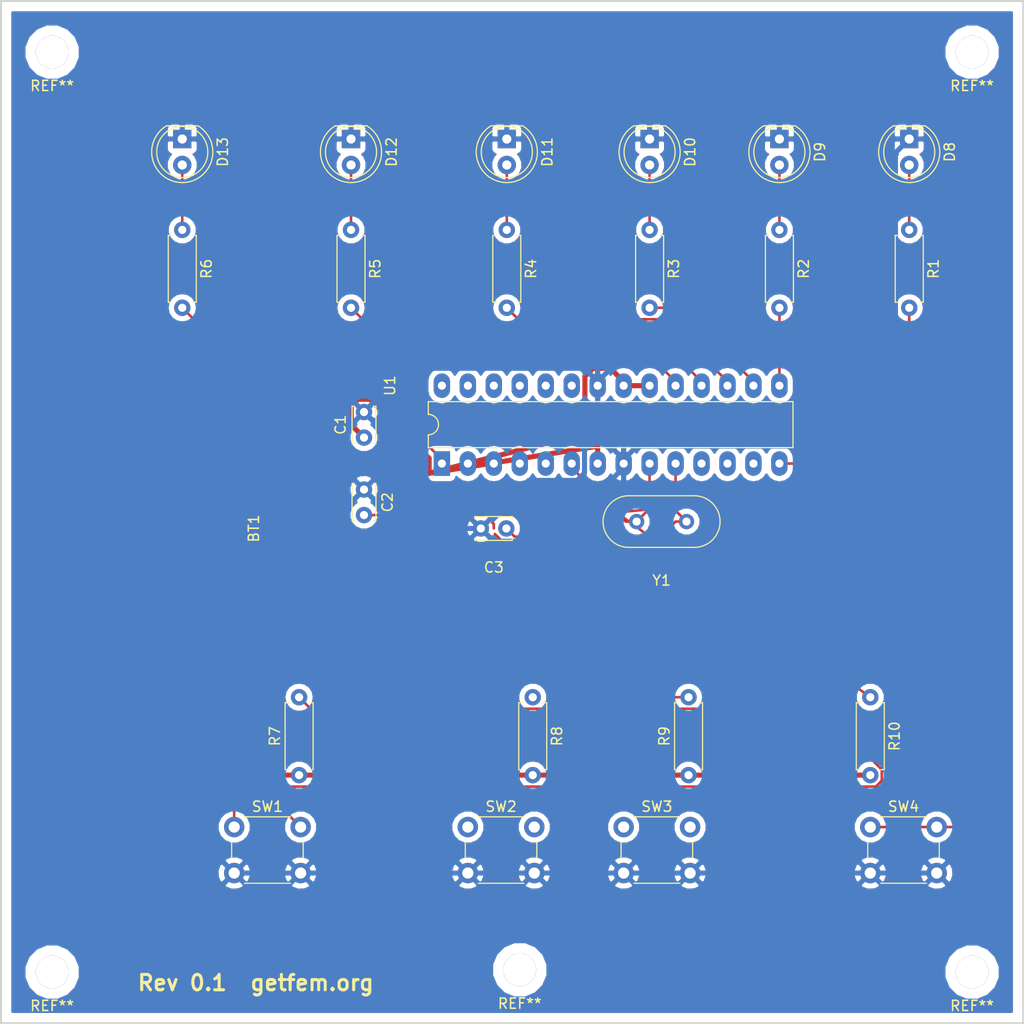
<source format=kicad_pcb>
(kicad_pcb (version 20171130) (host pcbnew "(5.0.1)-4")

  (general
    (thickness 1.6)
    (drawings 6)
    (tracks 155)
    (zones 0)
    (modules 31)
    (nets 32)
  )

  (page A4)
  (layers
    (0 F.Cu signal)
    (31 B.Cu signal)
    (32 B.Adhes user)
    (33 F.Adhes user)
    (34 B.Paste user)
    (35 F.Paste user)
    (36 B.SilkS user)
    (37 F.SilkS user)
    (38 B.Mask user)
    (39 F.Mask user)
    (40 Dwgs.User user)
    (41 Cmts.User user)
    (42 Eco1.User user)
    (43 Eco2.User user)
    (44 Edge.Cuts user)
    (45 Margin user)
    (46 B.CrtYd user)
    (47 F.CrtYd user)
    (48 B.Fab user)
    (49 F.Fab user)
  )

  (setup
    (last_trace_width 0.25)
    (trace_clearance 0.2)
    (zone_clearance 0.508)
    (zone_45_only no)
    (trace_min 0.2)
    (segment_width 0.2)
    (edge_width 0.15)
    (via_size 0.8)
    (via_drill 0.4)
    (via_min_size 0.4)
    (via_min_drill 0.3)
    (uvia_size 0.3)
    (uvia_drill 0.1)
    (uvias_allowed no)
    (uvia_min_size 0.2)
    (uvia_min_drill 0.1)
    (pcb_text_width 0.3)
    (pcb_text_size 1.5 1.5)
    (mod_edge_width 0.15)
    (mod_text_size 1 1)
    (mod_text_width 0.15)
    (pad_size 1.524 1.524)
    (pad_drill 0.762)
    (pad_to_mask_clearance 0.051)
    (solder_mask_min_width 0.25)
    (aux_axis_origin 0 0)
    (visible_elements 7FFFFFFF)
    (pcbplotparams
      (layerselection 0x010fc_ffffffff)
      (usegerberextensions false)
      (usegerberattributes false)
      (usegerberadvancedattributes false)
      (creategerberjobfile false)
      (excludeedgelayer true)
      (linewidth 0.100000)
      (plotframeref false)
      (viasonmask false)
      (mode 1)
      (useauxorigin false)
      (hpglpennumber 1)
      (hpglpenspeed 20)
      (hpglpendiameter 15.000000)
      (psnegative false)
      (psa4output false)
      (plotreference true)
      (plotvalue true)
      (plotinvisibletext false)
      (padsonsilk false)
      (subtractmaskfromsilk false)
      (outputformat 1)
      (mirror false)
      (drillshape 1)
      (scaleselection 1)
      (outputdirectory ""))
  )

  (net 0 "")
  (net 1 VCC)
  (net 2 GND)
  (net 3 "Net-(C2-Pad2)")
  (net 4 "Net-(C3-Pad2)")
  (net 5 "Net-(D8-Pad2)")
  (net 6 "Net-(D9-Pad2)")
  (net 7 "Net-(D10-Pad2)")
  (net 8 "Net-(D11-Pad2)")
  (net 9 "Net-(D12-Pad2)")
  (net 10 "Net-(D13-Pad2)")
  (net 11 "Net-(R1-Pad2)")
  (net 12 "Net-(R2-Pad2)")
  (net 13 "Net-(R3-Pad2)")
  (net 14 "Net-(R4-Pad2)")
  (net 15 "Net-(R5-Pad2)")
  (net 16 "Net-(R6-Pad2)")
  (net 17 "Net-(R7-Pad2)")
  (net 18 "Net-(R8-Pad1)")
  (net 19 "Net-(R9-Pad2)")
  (net 20 "Net-(R10-Pad1)")
  (net 21 "Net-(U1-Pad2)")
  (net 22 "Net-(U1-Pad3)")
  (net 23 "Net-(U1-Pad23)")
  (net 24 "Net-(U1-Pad24)")
  (net 25 "Net-(U1-Pad11)")
  (net 26 "Net-(U1-Pad25)")
  (net 27 "Net-(U1-Pad12)")
  (net 28 "Net-(U1-Pad26)")
  (net 29 "Net-(U1-Pad13)")
  (net 30 "Net-(U1-Pad27)")
  (net 31 "Net-(U1-Pad28)")

  (net_class Default "これはデフォルトのネット クラスです。"
    (clearance 0.2)
    (trace_width 0.25)
    (via_dia 0.8)
    (via_drill 0.4)
    (uvia_dia 0.3)
    (uvia_drill 0.1)
    (add_net "Net-(C2-Pad2)")
    (add_net "Net-(C3-Pad2)")
    (add_net "Net-(D10-Pad2)")
    (add_net "Net-(D11-Pad2)")
    (add_net "Net-(D12-Pad2)")
    (add_net "Net-(D13-Pad2)")
    (add_net "Net-(D8-Pad2)")
    (add_net "Net-(D9-Pad2)")
    (add_net "Net-(R1-Pad2)")
    (add_net "Net-(R10-Pad1)")
    (add_net "Net-(R2-Pad2)")
    (add_net "Net-(R3-Pad2)")
    (add_net "Net-(R4-Pad2)")
    (add_net "Net-(R5-Pad2)")
    (add_net "Net-(R6-Pad2)")
    (add_net "Net-(R7-Pad2)")
    (add_net "Net-(R8-Pad1)")
    (add_net "Net-(R9-Pad2)")
    (add_net "Net-(U1-Pad11)")
    (add_net "Net-(U1-Pad12)")
    (add_net "Net-(U1-Pad13)")
    (add_net "Net-(U1-Pad2)")
    (add_net "Net-(U1-Pad23)")
    (add_net "Net-(U1-Pad24)")
    (add_net "Net-(U1-Pad25)")
    (add_net "Net-(U1-Pad26)")
    (add_net "Net-(U1-Pad27)")
    (add_net "Net-(U1-Pad28)")
    (add_net "Net-(U1-Pad3)")
  )

  (net_class Bold ""
    (clearance 0.2)
    (trace_width 0.5)
    (via_dia 0.8)
    (via_drill 0.4)
    (uvia_dia 0.3)
    (uvia_drill 0.1)
    (add_net GND)
    (add_net VCC)
  )

  (module Package_DIP:DIP-28_W7.62mm_LongPads (layer F.Cu) (tedit 5A02E8C5) (tstamp 5C36480B)
    (at 151.13 95.25 90)
    (descr "28-lead though-hole mounted DIP package, row spacing 7.62 mm (300 mils), LongPads")
    (tags "THT DIP DIL PDIP 2.54mm 7.62mm 300mil LongPads")
    (path /5C299955)
    (fp_text reference U1 (at 7.62 -5.08 90) (layer F.SilkS)
      (effects (font (size 1 1) (thickness 0.15)))
    )
    (fp_text value ATmega328P-PU (at 3.81 35.35 90) (layer F.Fab)
      (effects (font (size 1 1) (thickness 0.15)))
    )
    (fp_arc (start 3.81 -1.33) (end 2.81 -1.33) (angle -180) (layer F.SilkS) (width 0.12))
    (fp_line (start 1.635 -1.27) (end 6.985 -1.27) (layer F.Fab) (width 0.1))
    (fp_line (start 6.985 -1.27) (end 6.985 34.29) (layer F.Fab) (width 0.1))
    (fp_line (start 6.985 34.29) (end 0.635 34.29) (layer F.Fab) (width 0.1))
    (fp_line (start 0.635 34.29) (end 0.635 -0.27) (layer F.Fab) (width 0.1))
    (fp_line (start 0.635 -0.27) (end 1.635 -1.27) (layer F.Fab) (width 0.1))
    (fp_line (start 2.81 -1.33) (end 1.56 -1.33) (layer F.SilkS) (width 0.12))
    (fp_line (start 1.56 -1.33) (end 1.56 34.35) (layer F.SilkS) (width 0.12))
    (fp_line (start 1.56 34.35) (end 6.06 34.35) (layer F.SilkS) (width 0.12))
    (fp_line (start 6.06 34.35) (end 6.06 -1.33) (layer F.SilkS) (width 0.12))
    (fp_line (start 6.06 -1.33) (end 4.81 -1.33) (layer F.SilkS) (width 0.12))
    (fp_line (start -1.45 -1.55) (end -1.45 34.55) (layer F.CrtYd) (width 0.05))
    (fp_line (start -1.45 34.55) (end 9.1 34.55) (layer F.CrtYd) (width 0.05))
    (fp_line (start 9.1 34.55) (end 9.1 -1.55) (layer F.CrtYd) (width 0.05))
    (fp_line (start 9.1 -1.55) (end -1.45 -1.55) (layer F.CrtYd) (width 0.05))
    (fp_text user %R (at 3.81 16.51 90) (layer F.Fab)
      (effects (font (size 1 1) (thickness 0.15)))
    )
    (pad 1 thru_hole rect (at 0 0 90) (size 2.4 1.6) (drill 0.8) (layers *.Cu *.Mask)
      (net 17 "Net-(R7-Pad2)"))
    (pad 15 thru_hole oval (at 7.62 33.02 90) (size 2.4 1.6) (drill 0.8) (layers *.Cu *.Mask)
      (net 12 "Net-(R2-Pad2)"))
    (pad 2 thru_hole oval (at 0 2.54 90) (size 2.4 1.6) (drill 0.8) (layers *.Cu *.Mask)
      (net 21 "Net-(U1-Pad2)"))
    (pad 16 thru_hole oval (at 7.62 30.48 90) (size 2.4 1.6) (drill 0.8) (layers *.Cu *.Mask)
      (net 13 "Net-(R3-Pad2)"))
    (pad 3 thru_hole oval (at 0 5.08 90) (size 2.4 1.6) (drill 0.8) (layers *.Cu *.Mask)
      (net 22 "Net-(U1-Pad3)"))
    (pad 17 thru_hole oval (at 7.62 27.94 90) (size 2.4 1.6) (drill 0.8) (layers *.Cu *.Mask)
      (net 14 "Net-(R4-Pad2)"))
    (pad 4 thru_hole oval (at 0 7.62 90) (size 2.4 1.6) (drill 0.8) (layers *.Cu *.Mask)
      (net 18 "Net-(R8-Pad1)"))
    (pad 18 thru_hole oval (at 7.62 25.4 90) (size 2.4 1.6) (drill 0.8) (layers *.Cu *.Mask)
      (net 15 "Net-(R5-Pad2)"))
    (pad 5 thru_hole oval (at 0 10.16 90) (size 2.4 1.6) (drill 0.8) (layers *.Cu *.Mask)
      (net 19 "Net-(R9-Pad2)"))
    (pad 19 thru_hole oval (at 7.62 22.86 90) (size 2.4 1.6) (drill 0.8) (layers *.Cu *.Mask)
      (net 16 "Net-(R6-Pad2)"))
    (pad 6 thru_hole oval (at 0 12.7 90) (size 2.4 1.6) (drill 0.8) (layers *.Cu *.Mask)
      (net 20 "Net-(R10-Pad1)"))
    (pad 20 thru_hole oval (at 7.62 20.32 90) (size 2.4 1.6) (drill 0.8) (layers *.Cu *.Mask)
      (net 1 VCC))
    (pad 7 thru_hole oval (at 0 15.24 90) (size 2.4 1.6) (drill 0.8) (layers *.Cu *.Mask)
      (net 1 VCC))
    (pad 21 thru_hole oval (at 7.62 17.78 90) (size 2.4 1.6) (drill 0.8) (layers *.Cu *.Mask)
      (net 1 VCC))
    (pad 8 thru_hole oval (at 0 17.78 90) (size 2.4 1.6) (drill 0.8) (layers *.Cu *.Mask)
      (net 2 GND))
    (pad 22 thru_hole oval (at 7.62 15.24 90) (size 2.4 1.6) (drill 0.8) (layers *.Cu *.Mask)
      (net 2 GND))
    (pad 9 thru_hole oval (at 0 20.32 90) (size 2.4 1.6) (drill 0.8) (layers *.Cu *.Mask)
      (net 3 "Net-(C2-Pad2)"))
    (pad 23 thru_hole oval (at 7.62 12.7 90) (size 2.4 1.6) (drill 0.8) (layers *.Cu *.Mask)
      (net 23 "Net-(U1-Pad23)"))
    (pad 10 thru_hole oval (at 0 22.86 90) (size 2.4 1.6) (drill 0.8) (layers *.Cu *.Mask)
      (net 4 "Net-(C3-Pad2)"))
    (pad 24 thru_hole oval (at 7.62 10.16 90) (size 2.4 1.6) (drill 0.8) (layers *.Cu *.Mask)
      (net 24 "Net-(U1-Pad24)"))
    (pad 11 thru_hole oval (at 0 25.4 90) (size 2.4 1.6) (drill 0.8) (layers *.Cu *.Mask)
      (net 25 "Net-(U1-Pad11)"))
    (pad 25 thru_hole oval (at 7.62 7.62 90) (size 2.4 1.6) (drill 0.8) (layers *.Cu *.Mask)
      (net 26 "Net-(U1-Pad25)"))
    (pad 12 thru_hole oval (at 0 27.94 90) (size 2.4 1.6) (drill 0.8) (layers *.Cu *.Mask)
      (net 27 "Net-(U1-Pad12)"))
    (pad 26 thru_hole oval (at 7.62 5.08 90) (size 2.4 1.6) (drill 0.8) (layers *.Cu *.Mask)
      (net 28 "Net-(U1-Pad26)"))
    (pad 13 thru_hole oval (at 0 30.48 90) (size 2.4 1.6) (drill 0.8) (layers *.Cu *.Mask)
      (net 29 "Net-(U1-Pad13)"))
    (pad 27 thru_hole oval (at 7.62 2.54 90) (size 2.4 1.6) (drill 0.8) (layers *.Cu *.Mask)
      (net 30 "Net-(U1-Pad27)"))
    (pad 14 thru_hole oval (at 0 33.02 90) (size 2.4 1.6) (drill 0.8) (layers *.Cu *.Mask)
      (net 11 "Net-(R1-Pad2)"))
    (pad 28 thru_hole oval (at 7.62 0 90) (size 2.4 1.6) (drill 0.8) (layers *.Cu *.Mask)
      (net 31 "Net-(U1-Pad28)"))
    (model ${KISYS3DMOD}/Package_DIP.3dshapes/DIP-28_W7.62mm.wrl
      (at (xyz 0 0 0))
      (scale (xyz 1 1 1))
      (rotate (xyz 0 0 0))
    )
  )

  (module lib:P-06925_20181231 (layer F.Cu) (tedit 5C29C0C0) (tstamp 5C3645CE)
    (at 125.73 101.6 90)
    (path /5C29B5AE)
    (fp_text reference BT1 (at 0 7 90) (layer F.SilkS)
      (effects (font (size 1 1) (thickness 0.15)))
    )
    (fp_text value CR2032 (at -0.1 -10.4 90) (layer F.Fab)
      (effects (font (size 1 1) (thickness 0.15)))
    )
    (pad 1 smd rect (at -12.95 0 90) (size 5.2 5.2) (layers F.Cu F.Paste F.Mask)
      (net 1 VCC))
    (pad 1 smd rect (at 12.95 0 90) (size 5.2 5.2) (layers F.Cu F.Paste F.Mask)
      (net 1 VCC))
    (pad 2 smd circle (at 0 0 90) (size 18 18) (layers F.Cu F.Paste F.Mask)
      (net 2 GND))
  )

  (module Capacitor_THT:C_Disc_D3.4mm_W2.1mm_P2.50mm (layer F.Cu) (tedit 5AE50EF0) (tstamp 5C3645E3)
    (at 143.51 92.71 90)
    (descr "C, Disc series, Radial, pin pitch=2.50mm, , diameter*width=3.4*2.1mm^2, Capacitor, http://www.vishay.com/docs/45233/krseries.pdf")
    (tags "C Disc series Radial pin pitch 2.50mm  diameter 3.4mm width 2.1mm Capacitor")
    (path /5C29D3F3)
    (fp_text reference C1 (at 1.25 -2.3 90) (layer F.SilkS)
      (effects (font (size 1 1) (thickness 0.15)))
    )
    (fp_text value 0.1u (at 1.25 2.3 90) (layer F.Fab)
      (effects (font (size 1 1) (thickness 0.15)))
    )
    (fp_line (start -0.45 -1.05) (end -0.45 1.05) (layer F.Fab) (width 0.1))
    (fp_line (start -0.45 1.05) (end 2.95 1.05) (layer F.Fab) (width 0.1))
    (fp_line (start 2.95 1.05) (end 2.95 -1.05) (layer F.Fab) (width 0.1))
    (fp_line (start 2.95 -1.05) (end -0.45 -1.05) (layer F.Fab) (width 0.1))
    (fp_line (start -0.57 -1.17) (end 3.07 -1.17) (layer F.SilkS) (width 0.12))
    (fp_line (start -0.57 1.17) (end 3.07 1.17) (layer F.SilkS) (width 0.12))
    (fp_line (start -0.57 -1.17) (end -0.57 -0.925) (layer F.SilkS) (width 0.12))
    (fp_line (start -0.57 0.925) (end -0.57 1.17) (layer F.SilkS) (width 0.12))
    (fp_line (start 3.07 -1.17) (end 3.07 -0.925) (layer F.SilkS) (width 0.12))
    (fp_line (start 3.07 0.925) (end 3.07 1.17) (layer F.SilkS) (width 0.12))
    (fp_line (start -1.05 -1.3) (end -1.05 1.3) (layer F.CrtYd) (width 0.05))
    (fp_line (start -1.05 1.3) (end 3.55 1.3) (layer F.CrtYd) (width 0.05))
    (fp_line (start 3.55 1.3) (end 3.55 -1.3) (layer F.CrtYd) (width 0.05))
    (fp_line (start 3.55 -1.3) (end -1.05 -1.3) (layer F.CrtYd) (width 0.05))
    (fp_text user %R (at 1.25 0 90) (layer F.Fab)
      (effects (font (size 0.68 0.68) (thickness 0.102)))
    )
    (pad 1 thru_hole circle (at 0 0 90) (size 1.6 1.6) (drill 0.8) (layers *.Cu *.Mask)
      (net 1 VCC))
    (pad 2 thru_hole circle (at 2.5 0 90) (size 1.6 1.6) (drill 0.8) (layers *.Cu *.Mask)
      (net 2 GND))
    (model ${KISYS3DMOD}/Capacitor_THT.3dshapes/C_Disc_D3.4mm_W2.1mm_P2.50mm.wrl
      (at (xyz 0 0 0))
      (scale (xyz 1 1 1))
      (rotate (xyz 0 0 0))
    )
  )

  (module Capacitor_THT:C_Disc_D3.4mm_W2.1mm_P2.50mm (layer F.Cu) (tedit 5AE50EF0) (tstamp 5C3645F8)
    (at 143.51 97.79 270)
    (descr "C, Disc series, Radial, pin pitch=2.50mm, , diameter*width=3.4*2.1mm^2, Capacitor, http://www.vishay.com/docs/45233/krseries.pdf")
    (tags "C Disc series Radial pin pitch 2.50mm  diameter 3.4mm width 2.1mm Capacitor")
    (path /5C299DC5)
    (fp_text reference C2 (at 1.25 -2.3 270) (layer F.SilkS)
      (effects (font (size 1 1) (thickness 0.15)))
    )
    (fp_text value 0.1u (at 1.25 2.3 270) (layer F.Fab)
      (effects (font (size 1 1) (thickness 0.15)))
    )
    (fp_line (start -0.45 -1.05) (end -0.45 1.05) (layer F.Fab) (width 0.1))
    (fp_line (start -0.45 1.05) (end 2.95 1.05) (layer F.Fab) (width 0.1))
    (fp_line (start 2.95 1.05) (end 2.95 -1.05) (layer F.Fab) (width 0.1))
    (fp_line (start 2.95 -1.05) (end -0.45 -1.05) (layer F.Fab) (width 0.1))
    (fp_line (start -0.57 -1.17) (end 3.07 -1.17) (layer F.SilkS) (width 0.12))
    (fp_line (start -0.57 1.17) (end 3.07 1.17) (layer F.SilkS) (width 0.12))
    (fp_line (start -0.57 -1.17) (end -0.57 -0.925) (layer F.SilkS) (width 0.12))
    (fp_line (start -0.57 0.925) (end -0.57 1.17) (layer F.SilkS) (width 0.12))
    (fp_line (start 3.07 -1.17) (end 3.07 -0.925) (layer F.SilkS) (width 0.12))
    (fp_line (start 3.07 0.925) (end 3.07 1.17) (layer F.SilkS) (width 0.12))
    (fp_line (start -1.05 -1.3) (end -1.05 1.3) (layer F.CrtYd) (width 0.05))
    (fp_line (start -1.05 1.3) (end 3.55 1.3) (layer F.CrtYd) (width 0.05))
    (fp_line (start 3.55 1.3) (end 3.55 -1.3) (layer F.CrtYd) (width 0.05))
    (fp_line (start 3.55 -1.3) (end -1.05 -1.3) (layer F.CrtYd) (width 0.05))
    (fp_text user %R (at 1.25 0 270) (layer F.Fab)
      (effects (font (size 0.68 0.68) (thickness 0.102)))
    )
    (pad 1 thru_hole circle (at 0 0 270) (size 1.6 1.6) (drill 0.8) (layers *.Cu *.Mask)
      (net 2 GND))
    (pad 2 thru_hole circle (at 2.5 0 270) (size 1.6 1.6) (drill 0.8) (layers *.Cu *.Mask)
      (net 3 "Net-(C2-Pad2)"))
    (model ${KISYS3DMOD}/Capacitor_THT.3dshapes/C_Disc_D3.4mm_W2.1mm_P2.50mm.wrl
      (at (xyz 0 0 0))
      (scale (xyz 1 1 1))
      (rotate (xyz 0 0 0))
    )
  )

  (module Capacitor_THT:C_Disc_D3.4mm_W2.1mm_P2.50mm (layer F.Cu) (tedit 5AE50EF0) (tstamp 5C36460D)
    (at 154.94 101.6)
    (descr "C, Disc series, Radial, pin pitch=2.50mm, , diameter*width=3.4*2.1mm^2, Capacitor, http://www.vishay.com/docs/45233/krseries.pdf")
    (tags "C Disc series Radial pin pitch 2.50mm  diameter 3.4mm width 2.1mm Capacitor")
    (path /5C299E72)
    (fp_text reference C3 (at 1.27 3.81) (layer F.SilkS)
      (effects (font (size 1 1) (thickness 0.15)))
    )
    (fp_text value 0.1u (at 1.25 2.3) (layer F.Fab)
      (effects (font (size 1 1) (thickness 0.15)))
    )
    (fp_text user %R (at 1.25 0) (layer F.Fab)
      (effects (font (size 0.68 0.68) (thickness 0.102)))
    )
    (fp_line (start 3.55 -1.3) (end -1.05 -1.3) (layer F.CrtYd) (width 0.05))
    (fp_line (start 3.55 1.3) (end 3.55 -1.3) (layer F.CrtYd) (width 0.05))
    (fp_line (start -1.05 1.3) (end 3.55 1.3) (layer F.CrtYd) (width 0.05))
    (fp_line (start -1.05 -1.3) (end -1.05 1.3) (layer F.CrtYd) (width 0.05))
    (fp_line (start 3.07 0.925) (end 3.07 1.17) (layer F.SilkS) (width 0.12))
    (fp_line (start 3.07 -1.17) (end 3.07 -0.925) (layer F.SilkS) (width 0.12))
    (fp_line (start -0.57 0.925) (end -0.57 1.17) (layer F.SilkS) (width 0.12))
    (fp_line (start -0.57 -1.17) (end -0.57 -0.925) (layer F.SilkS) (width 0.12))
    (fp_line (start -0.57 1.17) (end 3.07 1.17) (layer F.SilkS) (width 0.12))
    (fp_line (start -0.57 -1.17) (end 3.07 -1.17) (layer F.SilkS) (width 0.12))
    (fp_line (start 2.95 -1.05) (end -0.45 -1.05) (layer F.Fab) (width 0.1))
    (fp_line (start 2.95 1.05) (end 2.95 -1.05) (layer F.Fab) (width 0.1))
    (fp_line (start -0.45 1.05) (end 2.95 1.05) (layer F.Fab) (width 0.1))
    (fp_line (start -0.45 -1.05) (end -0.45 1.05) (layer F.Fab) (width 0.1))
    (pad 2 thru_hole circle (at 2.5 0) (size 1.6 1.6) (drill 0.8) (layers *.Cu *.Mask)
      (net 4 "Net-(C3-Pad2)"))
    (pad 1 thru_hole circle (at 0 0) (size 1.6 1.6) (drill 0.8) (layers *.Cu *.Mask)
      (net 2 GND))
    (model ${KISYS3DMOD}/Capacitor_THT.3dshapes/C_Disc_D3.4mm_W2.1mm_P2.50mm.wrl
      (at (xyz 0 0 0))
      (scale (xyz 1 1 1))
      (rotate (xyz 0 0 0))
    )
  )

  (module LED_THT:LED_D5.0mm (layer F.Cu) (tedit 5995936A) (tstamp 5C36461F)
    (at 196.85 63.5 270)
    (descr "LED, diameter 5.0mm, 2 pins, http://cdn-reichelt.de/documents/datenblatt/A500/LL-504BC2E-009.pdf")
    (tags "LED diameter 5.0mm 2 pins")
    (path /5C29A61B)
    (fp_text reference D8 (at 1.27 -3.96 270) (layer F.SilkS)
      (effects (font (size 1 1) (thickness 0.15)))
    )
    (fp_text value LED (at 1.27 3.96 270) (layer F.Fab)
      (effects (font (size 1 1) (thickness 0.15)))
    )
    (fp_text user %R (at 1.25 0 270) (layer F.Fab)
      (effects (font (size 0.8 0.8) (thickness 0.2)))
    )
    (fp_line (start 4.5 -3.25) (end -1.95 -3.25) (layer F.CrtYd) (width 0.05))
    (fp_line (start 4.5 3.25) (end 4.5 -3.25) (layer F.CrtYd) (width 0.05))
    (fp_line (start -1.95 3.25) (end 4.5 3.25) (layer F.CrtYd) (width 0.05))
    (fp_line (start -1.95 -3.25) (end -1.95 3.25) (layer F.CrtYd) (width 0.05))
    (fp_line (start -1.29 -1.545) (end -1.29 1.545) (layer F.SilkS) (width 0.12))
    (fp_line (start -1.23 -1.469694) (end -1.23 1.469694) (layer F.Fab) (width 0.1))
    (fp_circle (center 1.27 0) (end 3.77 0) (layer F.SilkS) (width 0.12))
    (fp_circle (center 1.27 0) (end 3.77 0) (layer F.Fab) (width 0.1))
    (fp_arc (start 1.27 0) (end -1.29 1.54483) (angle -148.9) (layer F.SilkS) (width 0.12))
    (fp_arc (start 1.27 0) (end -1.29 -1.54483) (angle 148.9) (layer F.SilkS) (width 0.12))
    (fp_arc (start 1.27 0) (end -1.23 -1.469694) (angle 299.1) (layer F.Fab) (width 0.1))
    (pad 2 thru_hole circle (at 2.54 0 270) (size 1.8 1.8) (drill 0.9) (layers *.Cu *.Mask)
      (net 5 "Net-(D8-Pad2)"))
    (pad 1 thru_hole rect (at 0 0 270) (size 1.8 1.8) (drill 0.9) (layers *.Cu *.Mask)
      (net 2 GND))
    (model ${KISYS3DMOD}/LED_THT.3dshapes/LED_D5.0mm.wrl
      (at (xyz 0 0 0))
      (scale (xyz 1 1 1))
      (rotate (xyz 0 0 0))
    )
  )

  (module LED_THT:LED_D5.0mm (layer F.Cu) (tedit 5995936A) (tstamp 5C364631)
    (at 184.15 63.5 270)
    (descr "LED, diameter 5.0mm, 2 pins, http://cdn-reichelt.de/documents/datenblatt/A500/LL-504BC2E-009.pdf")
    (tags "LED diameter 5.0mm 2 pins")
    (path /5C29C648)
    (fp_text reference D9 (at 1.27 -3.96 270) (layer F.SilkS)
      (effects (font (size 1 1) (thickness 0.15)))
    )
    (fp_text value LED (at 1.27 3.96 270) (layer F.Fab)
      (effects (font (size 1 1) (thickness 0.15)))
    )
    (fp_arc (start 1.27 0) (end -1.23 -1.469694) (angle 299.1) (layer F.Fab) (width 0.1))
    (fp_arc (start 1.27 0) (end -1.29 -1.54483) (angle 148.9) (layer F.SilkS) (width 0.12))
    (fp_arc (start 1.27 0) (end -1.29 1.54483) (angle -148.9) (layer F.SilkS) (width 0.12))
    (fp_circle (center 1.27 0) (end 3.77 0) (layer F.Fab) (width 0.1))
    (fp_circle (center 1.27 0) (end 3.77 0) (layer F.SilkS) (width 0.12))
    (fp_line (start -1.23 -1.469694) (end -1.23 1.469694) (layer F.Fab) (width 0.1))
    (fp_line (start -1.29 -1.545) (end -1.29 1.545) (layer F.SilkS) (width 0.12))
    (fp_line (start -1.95 -3.25) (end -1.95 3.25) (layer F.CrtYd) (width 0.05))
    (fp_line (start -1.95 3.25) (end 4.5 3.25) (layer F.CrtYd) (width 0.05))
    (fp_line (start 4.5 3.25) (end 4.5 -3.25) (layer F.CrtYd) (width 0.05))
    (fp_line (start 4.5 -3.25) (end -1.95 -3.25) (layer F.CrtYd) (width 0.05))
    (fp_text user %R (at 1.25 0 270) (layer F.Fab)
      (effects (font (size 0.8 0.8) (thickness 0.2)))
    )
    (pad 1 thru_hole rect (at 0 0 270) (size 1.8 1.8) (drill 0.9) (layers *.Cu *.Mask)
      (net 2 GND))
    (pad 2 thru_hole circle (at 2.54 0 270) (size 1.8 1.8) (drill 0.9) (layers *.Cu *.Mask)
      (net 6 "Net-(D9-Pad2)"))
    (model ${KISYS3DMOD}/LED_THT.3dshapes/LED_D5.0mm.wrl
      (at (xyz 0 0 0))
      (scale (xyz 1 1 1))
      (rotate (xyz 0 0 0))
    )
  )

  (module LED_THT:LED_D5.0mm (layer F.Cu) (tedit 5995936A) (tstamp 5C364643)
    (at 171.45 63.5 270)
    (descr "LED, diameter 5.0mm, 2 pins, http://cdn-reichelt.de/documents/datenblatt/A500/LL-504BC2E-009.pdf")
    (tags "LED diameter 5.0mm 2 pins")
    (path /5C29C670)
    (fp_text reference D10 (at 1.27 -3.96 270) (layer F.SilkS)
      (effects (font (size 1 1) (thickness 0.15)))
    )
    (fp_text value LED (at 1.27 3.96 270) (layer F.Fab)
      (effects (font (size 1 1) (thickness 0.15)))
    )
    (fp_arc (start 1.27 0) (end -1.23 -1.469694) (angle 299.1) (layer F.Fab) (width 0.1))
    (fp_arc (start 1.27 0) (end -1.29 -1.54483) (angle 148.9) (layer F.SilkS) (width 0.12))
    (fp_arc (start 1.27 0) (end -1.29 1.54483) (angle -148.9) (layer F.SilkS) (width 0.12))
    (fp_circle (center 1.27 0) (end 3.77 0) (layer F.Fab) (width 0.1))
    (fp_circle (center 1.27 0) (end 3.77 0) (layer F.SilkS) (width 0.12))
    (fp_line (start -1.23 -1.469694) (end -1.23 1.469694) (layer F.Fab) (width 0.1))
    (fp_line (start -1.29 -1.545) (end -1.29 1.545) (layer F.SilkS) (width 0.12))
    (fp_line (start -1.95 -3.25) (end -1.95 3.25) (layer F.CrtYd) (width 0.05))
    (fp_line (start -1.95 3.25) (end 4.5 3.25) (layer F.CrtYd) (width 0.05))
    (fp_line (start 4.5 3.25) (end 4.5 -3.25) (layer F.CrtYd) (width 0.05))
    (fp_line (start 4.5 -3.25) (end -1.95 -3.25) (layer F.CrtYd) (width 0.05))
    (fp_text user %R (at 1.25 0 270) (layer F.Fab)
      (effects (font (size 0.8 0.8) (thickness 0.2)))
    )
    (pad 1 thru_hole rect (at 0 0 270) (size 1.8 1.8) (drill 0.9) (layers *.Cu *.Mask)
      (net 2 GND))
    (pad 2 thru_hole circle (at 2.54 0 270) (size 1.8 1.8) (drill 0.9) (layers *.Cu *.Mask)
      (net 7 "Net-(D10-Pad2)"))
    (model ${KISYS3DMOD}/LED_THT.3dshapes/LED_D5.0mm.wrl
      (at (xyz 0 0 0))
      (scale (xyz 1 1 1))
      (rotate (xyz 0 0 0))
    )
  )

  (module LED_THT:LED_D5.0mm (layer F.Cu) (tedit 5995936A) (tstamp 5C364655)
    (at 157.48 63.5 270)
    (descr "LED, diameter 5.0mm, 2 pins, http://cdn-reichelt.de/documents/datenblatt/A500/LL-504BC2E-009.pdf")
    (tags "LED diameter 5.0mm 2 pins")
    (path /5C29C6A2)
    (fp_text reference D11 (at 1.27 -3.96 270) (layer F.SilkS)
      (effects (font (size 1 1) (thickness 0.15)))
    )
    (fp_text value LED (at 1.27 3.96 270) (layer F.Fab)
      (effects (font (size 1 1) (thickness 0.15)))
    )
    (fp_text user %R (at 1.25 0 270) (layer F.Fab)
      (effects (font (size 0.8 0.8) (thickness 0.2)))
    )
    (fp_line (start 4.5 -3.25) (end -1.95 -3.25) (layer F.CrtYd) (width 0.05))
    (fp_line (start 4.5 3.25) (end 4.5 -3.25) (layer F.CrtYd) (width 0.05))
    (fp_line (start -1.95 3.25) (end 4.5 3.25) (layer F.CrtYd) (width 0.05))
    (fp_line (start -1.95 -3.25) (end -1.95 3.25) (layer F.CrtYd) (width 0.05))
    (fp_line (start -1.29 -1.545) (end -1.29 1.545) (layer F.SilkS) (width 0.12))
    (fp_line (start -1.23 -1.469694) (end -1.23 1.469694) (layer F.Fab) (width 0.1))
    (fp_circle (center 1.27 0) (end 3.77 0) (layer F.SilkS) (width 0.12))
    (fp_circle (center 1.27 0) (end 3.77 0) (layer F.Fab) (width 0.1))
    (fp_arc (start 1.27 0) (end -1.29 1.54483) (angle -148.9) (layer F.SilkS) (width 0.12))
    (fp_arc (start 1.27 0) (end -1.29 -1.54483) (angle 148.9) (layer F.SilkS) (width 0.12))
    (fp_arc (start 1.27 0) (end -1.23 -1.469694) (angle 299.1) (layer F.Fab) (width 0.1))
    (pad 2 thru_hole circle (at 2.54 0 270) (size 1.8 1.8) (drill 0.9) (layers *.Cu *.Mask)
      (net 8 "Net-(D11-Pad2)"))
    (pad 1 thru_hole rect (at 0 0 270) (size 1.8 1.8) (drill 0.9) (layers *.Cu *.Mask)
      (net 2 GND))
    (model ${KISYS3DMOD}/LED_THT.3dshapes/LED_D5.0mm.wrl
      (at (xyz 0 0 0))
      (scale (xyz 1 1 1))
      (rotate (xyz 0 0 0))
    )
  )

  (module LED_THT:LED_D5.0mm (layer F.Cu) (tedit 5995936A) (tstamp 5C364667)
    (at 142.24 63.5 270)
    (descr "LED, diameter 5.0mm, 2 pins, http://cdn-reichelt.de/documents/datenblatt/A500/LL-504BC2E-009.pdf")
    (tags "LED diameter 5.0mm 2 pins")
    (path /5C29C6EA)
    (fp_text reference D12 (at 1.27 -3.96 270) (layer F.SilkS)
      (effects (font (size 1 1) (thickness 0.15)))
    )
    (fp_text value LED (at 1.27 3.96 270) (layer F.Fab)
      (effects (font (size 1 1) (thickness 0.15)))
    )
    (fp_text user %R (at 1.25 0 270) (layer F.Fab)
      (effects (font (size 0.8 0.8) (thickness 0.2)))
    )
    (fp_line (start 4.5 -3.25) (end -1.95 -3.25) (layer F.CrtYd) (width 0.05))
    (fp_line (start 4.5 3.25) (end 4.5 -3.25) (layer F.CrtYd) (width 0.05))
    (fp_line (start -1.95 3.25) (end 4.5 3.25) (layer F.CrtYd) (width 0.05))
    (fp_line (start -1.95 -3.25) (end -1.95 3.25) (layer F.CrtYd) (width 0.05))
    (fp_line (start -1.29 -1.545) (end -1.29 1.545) (layer F.SilkS) (width 0.12))
    (fp_line (start -1.23 -1.469694) (end -1.23 1.469694) (layer F.Fab) (width 0.1))
    (fp_circle (center 1.27 0) (end 3.77 0) (layer F.SilkS) (width 0.12))
    (fp_circle (center 1.27 0) (end 3.77 0) (layer F.Fab) (width 0.1))
    (fp_arc (start 1.27 0) (end -1.29 1.54483) (angle -148.9) (layer F.SilkS) (width 0.12))
    (fp_arc (start 1.27 0) (end -1.29 -1.54483) (angle 148.9) (layer F.SilkS) (width 0.12))
    (fp_arc (start 1.27 0) (end -1.23 -1.469694) (angle 299.1) (layer F.Fab) (width 0.1))
    (pad 2 thru_hole circle (at 2.54 0 270) (size 1.8 1.8) (drill 0.9) (layers *.Cu *.Mask)
      (net 9 "Net-(D12-Pad2)"))
    (pad 1 thru_hole rect (at 0 0 270) (size 1.8 1.8) (drill 0.9) (layers *.Cu *.Mask)
      (net 2 GND))
    (model ${KISYS3DMOD}/LED_THT.3dshapes/LED_D5.0mm.wrl
      (at (xyz 0 0 0))
      (scale (xyz 1 1 1))
      (rotate (xyz 0 0 0))
    )
  )

  (module LED_THT:LED_D5.0mm (layer F.Cu) (tedit 5995936A) (tstamp 5C364679)
    (at 125.73 63.5 270)
    (descr "LED, diameter 5.0mm, 2 pins, http://cdn-reichelt.de/documents/datenblatt/A500/LL-504BC2E-009.pdf")
    (tags "LED diameter 5.0mm 2 pins")
    (path /5C2F5AD8)
    (fp_text reference D13 (at 1.27 -3.96 270) (layer F.SilkS)
      (effects (font (size 1 1) (thickness 0.15)))
    )
    (fp_text value LED (at 1.27 3.96 270) (layer F.Fab)
      (effects (font (size 1 1) (thickness 0.15)))
    )
    (fp_arc (start 1.27 0) (end -1.23 -1.469694) (angle 299.1) (layer F.Fab) (width 0.1))
    (fp_arc (start 1.27 0) (end -1.29 -1.54483) (angle 148.9) (layer F.SilkS) (width 0.12))
    (fp_arc (start 1.27 0) (end -1.29 1.54483) (angle -148.9) (layer F.SilkS) (width 0.12))
    (fp_circle (center 1.27 0) (end 3.77 0) (layer F.Fab) (width 0.1))
    (fp_circle (center 1.27 0) (end 3.77 0) (layer F.SilkS) (width 0.12))
    (fp_line (start -1.23 -1.469694) (end -1.23 1.469694) (layer F.Fab) (width 0.1))
    (fp_line (start -1.29 -1.545) (end -1.29 1.545) (layer F.SilkS) (width 0.12))
    (fp_line (start -1.95 -3.25) (end -1.95 3.25) (layer F.CrtYd) (width 0.05))
    (fp_line (start -1.95 3.25) (end 4.5 3.25) (layer F.CrtYd) (width 0.05))
    (fp_line (start 4.5 3.25) (end 4.5 -3.25) (layer F.CrtYd) (width 0.05))
    (fp_line (start 4.5 -3.25) (end -1.95 -3.25) (layer F.CrtYd) (width 0.05))
    (fp_text user %R (at 1.25 0 270) (layer F.Fab)
      (effects (font (size 0.8 0.8) (thickness 0.2)))
    )
    (pad 1 thru_hole rect (at 0 0 270) (size 1.8 1.8) (drill 0.9) (layers *.Cu *.Mask)
      (net 2 GND))
    (pad 2 thru_hole circle (at 2.54 0 270) (size 1.8 1.8) (drill 0.9) (layers *.Cu *.Mask)
      (net 10 "Net-(D13-Pad2)"))
    (model ${KISYS3DMOD}/LED_THT.3dshapes/LED_D5.0mm.wrl
      (at (xyz 0 0 0))
      (scale (xyz 1 1 1))
      (rotate (xyz 0 0 0))
    )
  )

  (module Resistor_THT:R_Axial_DIN0207_L6.3mm_D2.5mm_P7.62mm_Horizontal (layer F.Cu) (tedit 5AE5139B) (tstamp 5C364690)
    (at 196.85 72.39 270)
    (descr "Resistor, Axial_DIN0207 series, Axial, Horizontal, pin pitch=7.62mm, 0.25W = 1/4W, length*diameter=6.3*2.5mm^2, http://cdn-reichelt.de/documents/datenblatt/B400/1_4W%23YAG.pdf")
    (tags "Resistor Axial_DIN0207 series Axial Horizontal pin pitch 7.62mm 0.25W = 1/4W length 6.3mm diameter 2.5mm")
    (path /5C29A83F)
    (fp_text reference R1 (at 3.81 -2.37 270) (layer F.SilkS)
      (effects (font (size 1 1) (thickness 0.15)))
    )
    (fp_text value 1k (at 3.81 2.37 270) (layer F.Fab)
      (effects (font (size 1 1) (thickness 0.15)))
    )
    (fp_line (start 0.66 -1.25) (end 0.66 1.25) (layer F.Fab) (width 0.1))
    (fp_line (start 0.66 1.25) (end 6.96 1.25) (layer F.Fab) (width 0.1))
    (fp_line (start 6.96 1.25) (end 6.96 -1.25) (layer F.Fab) (width 0.1))
    (fp_line (start 6.96 -1.25) (end 0.66 -1.25) (layer F.Fab) (width 0.1))
    (fp_line (start 0 0) (end 0.66 0) (layer F.Fab) (width 0.1))
    (fp_line (start 7.62 0) (end 6.96 0) (layer F.Fab) (width 0.1))
    (fp_line (start 0.54 -1.04) (end 0.54 -1.37) (layer F.SilkS) (width 0.12))
    (fp_line (start 0.54 -1.37) (end 7.08 -1.37) (layer F.SilkS) (width 0.12))
    (fp_line (start 7.08 -1.37) (end 7.08 -1.04) (layer F.SilkS) (width 0.12))
    (fp_line (start 0.54 1.04) (end 0.54 1.37) (layer F.SilkS) (width 0.12))
    (fp_line (start 0.54 1.37) (end 7.08 1.37) (layer F.SilkS) (width 0.12))
    (fp_line (start 7.08 1.37) (end 7.08 1.04) (layer F.SilkS) (width 0.12))
    (fp_line (start -1.05 -1.5) (end -1.05 1.5) (layer F.CrtYd) (width 0.05))
    (fp_line (start -1.05 1.5) (end 8.67 1.5) (layer F.CrtYd) (width 0.05))
    (fp_line (start 8.67 1.5) (end 8.67 -1.5) (layer F.CrtYd) (width 0.05))
    (fp_line (start 8.67 -1.5) (end -1.05 -1.5) (layer F.CrtYd) (width 0.05))
    (fp_text user %R (at 3.81 0 270) (layer F.Fab)
      (effects (font (size 1 1) (thickness 0.15)))
    )
    (pad 1 thru_hole circle (at 0 0 270) (size 1.6 1.6) (drill 0.8) (layers *.Cu *.Mask)
      (net 5 "Net-(D8-Pad2)"))
    (pad 2 thru_hole oval (at 7.62 0 270) (size 1.6 1.6) (drill 0.8) (layers *.Cu *.Mask)
      (net 11 "Net-(R1-Pad2)"))
    (model ${KISYS3DMOD}/Resistor_THT.3dshapes/R_Axial_DIN0207_L6.3mm_D2.5mm_P7.62mm_Horizontal.wrl
      (at (xyz 0 0 0))
      (scale (xyz 1 1 1))
      (rotate (xyz 0 0 0))
    )
  )

  (module Resistor_THT:R_Axial_DIN0207_L6.3mm_D2.5mm_P7.62mm_Horizontal (layer F.Cu) (tedit 5AE5139B) (tstamp 5C3646A7)
    (at 184.15 72.39 270)
    (descr "Resistor, Axial_DIN0207 series, Axial, Horizontal, pin pitch=7.62mm, 0.25W = 1/4W, length*diameter=6.3*2.5mm^2, http://cdn-reichelt.de/documents/datenblatt/B400/1_4W%23YAG.pdf")
    (tags "Resistor Axial_DIN0207 series Axial Horizontal pin pitch 7.62mm 0.25W = 1/4W length 6.3mm diameter 2.5mm")
    (path /5C29C64F)
    (fp_text reference R2 (at 3.81 -2.37 270) (layer F.SilkS)
      (effects (font (size 1 1) (thickness 0.15)))
    )
    (fp_text value 1k (at 3.81 2.37 270) (layer F.Fab)
      (effects (font (size 1 1) (thickness 0.15)))
    )
    (fp_line (start 0.66 -1.25) (end 0.66 1.25) (layer F.Fab) (width 0.1))
    (fp_line (start 0.66 1.25) (end 6.96 1.25) (layer F.Fab) (width 0.1))
    (fp_line (start 6.96 1.25) (end 6.96 -1.25) (layer F.Fab) (width 0.1))
    (fp_line (start 6.96 -1.25) (end 0.66 -1.25) (layer F.Fab) (width 0.1))
    (fp_line (start 0 0) (end 0.66 0) (layer F.Fab) (width 0.1))
    (fp_line (start 7.62 0) (end 6.96 0) (layer F.Fab) (width 0.1))
    (fp_line (start 0.54 -1.04) (end 0.54 -1.37) (layer F.SilkS) (width 0.12))
    (fp_line (start 0.54 -1.37) (end 7.08 -1.37) (layer F.SilkS) (width 0.12))
    (fp_line (start 7.08 -1.37) (end 7.08 -1.04) (layer F.SilkS) (width 0.12))
    (fp_line (start 0.54 1.04) (end 0.54 1.37) (layer F.SilkS) (width 0.12))
    (fp_line (start 0.54 1.37) (end 7.08 1.37) (layer F.SilkS) (width 0.12))
    (fp_line (start 7.08 1.37) (end 7.08 1.04) (layer F.SilkS) (width 0.12))
    (fp_line (start -1.05 -1.5) (end -1.05 1.5) (layer F.CrtYd) (width 0.05))
    (fp_line (start -1.05 1.5) (end 8.67 1.5) (layer F.CrtYd) (width 0.05))
    (fp_line (start 8.67 1.5) (end 8.67 -1.5) (layer F.CrtYd) (width 0.05))
    (fp_line (start 8.67 -1.5) (end -1.05 -1.5) (layer F.CrtYd) (width 0.05))
    (fp_text user %R (at 3.81 0 270) (layer F.Fab)
      (effects (font (size 1 1) (thickness 0.15)))
    )
    (pad 1 thru_hole circle (at 0 0 270) (size 1.6 1.6) (drill 0.8) (layers *.Cu *.Mask)
      (net 6 "Net-(D9-Pad2)"))
    (pad 2 thru_hole oval (at 7.62 0 270) (size 1.6 1.6) (drill 0.8) (layers *.Cu *.Mask)
      (net 12 "Net-(R2-Pad2)"))
    (model ${KISYS3DMOD}/Resistor_THT.3dshapes/R_Axial_DIN0207_L6.3mm_D2.5mm_P7.62mm_Horizontal.wrl
      (at (xyz 0 0 0))
      (scale (xyz 1 1 1))
      (rotate (xyz 0 0 0))
    )
  )

  (module Resistor_THT:R_Axial_DIN0207_L6.3mm_D2.5mm_P7.62mm_Horizontal (layer F.Cu) (tedit 5AE5139B) (tstamp 5C3646BE)
    (at 171.45 72.39 270)
    (descr "Resistor, Axial_DIN0207 series, Axial, Horizontal, pin pitch=7.62mm, 0.25W = 1/4W, length*diameter=6.3*2.5mm^2, http://cdn-reichelt.de/documents/datenblatt/B400/1_4W%23YAG.pdf")
    (tags "Resistor Axial_DIN0207 series Axial Horizontal pin pitch 7.62mm 0.25W = 1/4W length 6.3mm diameter 2.5mm")
    (path /5C29C677)
    (fp_text reference R3 (at 3.81 -2.37 270) (layer F.SilkS)
      (effects (font (size 1 1) (thickness 0.15)))
    )
    (fp_text value 1k (at 3.81 2.37 270) (layer F.Fab)
      (effects (font (size 1 1) (thickness 0.15)))
    )
    (fp_text user %R (at 3.81 0 270) (layer F.Fab)
      (effects (font (size 1 1) (thickness 0.15)))
    )
    (fp_line (start 8.67 -1.5) (end -1.05 -1.5) (layer F.CrtYd) (width 0.05))
    (fp_line (start 8.67 1.5) (end 8.67 -1.5) (layer F.CrtYd) (width 0.05))
    (fp_line (start -1.05 1.5) (end 8.67 1.5) (layer F.CrtYd) (width 0.05))
    (fp_line (start -1.05 -1.5) (end -1.05 1.5) (layer F.CrtYd) (width 0.05))
    (fp_line (start 7.08 1.37) (end 7.08 1.04) (layer F.SilkS) (width 0.12))
    (fp_line (start 0.54 1.37) (end 7.08 1.37) (layer F.SilkS) (width 0.12))
    (fp_line (start 0.54 1.04) (end 0.54 1.37) (layer F.SilkS) (width 0.12))
    (fp_line (start 7.08 -1.37) (end 7.08 -1.04) (layer F.SilkS) (width 0.12))
    (fp_line (start 0.54 -1.37) (end 7.08 -1.37) (layer F.SilkS) (width 0.12))
    (fp_line (start 0.54 -1.04) (end 0.54 -1.37) (layer F.SilkS) (width 0.12))
    (fp_line (start 7.62 0) (end 6.96 0) (layer F.Fab) (width 0.1))
    (fp_line (start 0 0) (end 0.66 0) (layer F.Fab) (width 0.1))
    (fp_line (start 6.96 -1.25) (end 0.66 -1.25) (layer F.Fab) (width 0.1))
    (fp_line (start 6.96 1.25) (end 6.96 -1.25) (layer F.Fab) (width 0.1))
    (fp_line (start 0.66 1.25) (end 6.96 1.25) (layer F.Fab) (width 0.1))
    (fp_line (start 0.66 -1.25) (end 0.66 1.25) (layer F.Fab) (width 0.1))
    (pad 2 thru_hole oval (at 7.62 0 270) (size 1.6 1.6) (drill 0.8) (layers *.Cu *.Mask)
      (net 13 "Net-(R3-Pad2)"))
    (pad 1 thru_hole circle (at 0 0 270) (size 1.6 1.6) (drill 0.8) (layers *.Cu *.Mask)
      (net 7 "Net-(D10-Pad2)"))
    (model ${KISYS3DMOD}/Resistor_THT.3dshapes/R_Axial_DIN0207_L6.3mm_D2.5mm_P7.62mm_Horizontal.wrl
      (at (xyz 0 0 0))
      (scale (xyz 1 1 1))
      (rotate (xyz 0 0 0))
    )
  )

  (module Resistor_THT:R_Axial_DIN0207_L6.3mm_D2.5mm_P7.62mm_Horizontal (layer F.Cu) (tedit 5AE5139B) (tstamp 5C3646D5)
    (at 157.48 72.39 270)
    (descr "Resistor, Axial_DIN0207 series, Axial, Horizontal, pin pitch=7.62mm, 0.25W = 1/4W, length*diameter=6.3*2.5mm^2, http://cdn-reichelt.de/documents/datenblatt/B400/1_4W%23YAG.pdf")
    (tags "Resistor Axial_DIN0207 series Axial Horizontal pin pitch 7.62mm 0.25W = 1/4W length 6.3mm diameter 2.5mm")
    (path /5C29C6A9)
    (fp_text reference R4 (at 3.81 -2.37 270) (layer F.SilkS)
      (effects (font (size 1 1) (thickness 0.15)))
    )
    (fp_text value 1k (at 3.81 2.37 270) (layer F.Fab)
      (effects (font (size 1 1) (thickness 0.15)))
    )
    (fp_line (start 0.66 -1.25) (end 0.66 1.25) (layer F.Fab) (width 0.1))
    (fp_line (start 0.66 1.25) (end 6.96 1.25) (layer F.Fab) (width 0.1))
    (fp_line (start 6.96 1.25) (end 6.96 -1.25) (layer F.Fab) (width 0.1))
    (fp_line (start 6.96 -1.25) (end 0.66 -1.25) (layer F.Fab) (width 0.1))
    (fp_line (start 0 0) (end 0.66 0) (layer F.Fab) (width 0.1))
    (fp_line (start 7.62 0) (end 6.96 0) (layer F.Fab) (width 0.1))
    (fp_line (start 0.54 -1.04) (end 0.54 -1.37) (layer F.SilkS) (width 0.12))
    (fp_line (start 0.54 -1.37) (end 7.08 -1.37) (layer F.SilkS) (width 0.12))
    (fp_line (start 7.08 -1.37) (end 7.08 -1.04) (layer F.SilkS) (width 0.12))
    (fp_line (start 0.54 1.04) (end 0.54 1.37) (layer F.SilkS) (width 0.12))
    (fp_line (start 0.54 1.37) (end 7.08 1.37) (layer F.SilkS) (width 0.12))
    (fp_line (start 7.08 1.37) (end 7.08 1.04) (layer F.SilkS) (width 0.12))
    (fp_line (start -1.05 -1.5) (end -1.05 1.5) (layer F.CrtYd) (width 0.05))
    (fp_line (start -1.05 1.5) (end 8.67 1.5) (layer F.CrtYd) (width 0.05))
    (fp_line (start 8.67 1.5) (end 8.67 -1.5) (layer F.CrtYd) (width 0.05))
    (fp_line (start 8.67 -1.5) (end -1.05 -1.5) (layer F.CrtYd) (width 0.05))
    (fp_text user %R (at 3.81 0 270) (layer F.Fab)
      (effects (font (size 1 1) (thickness 0.15)))
    )
    (pad 1 thru_hole circle (at 0 0 270) (size 1.6 1.6) (drill 0.8) (layers *.Cu *.Mask)
      (net 8 "Net-(D11-Pad2)"))
    (pad 2 thru_hole oval (at 7.62 0 270) (size 1.6 1.6) (drill 0.8) (layers *.Cu *.Mask)
      (net 14 "Net-(R4-Pad2)"))
    (model ${KISYS3DMOD}/Resistor_THT.3dshapes/R_Axial_DIN0207_L6.3mm_D2.5mm_P7.62mm_Horizontal.wrl
      (at (xyz 0 0 0))
      (scale (xyz 1 1 1))
      (rotate (xyz 0 0 0))
    )
  )

  (module Resistor_THT:R_Axial_DIN0207_L6.3mm_D2.5mm_P7.62mm_Horizontal (layer F.Cu) (tedit 5AE5139B) (tstamp 5C3646EC)
    (at 142.24 72.39 270)
    (descr "Resistor, Axial_DIN0207 series, Axial, Horizontal, pin pitch=7.62mm, 0.25W = 1/4W, length*diameter=6.3*2.5mm^2, http://cdn-reichelt.de/documents/datenblatt/B400/1_4W%23YAG.pdf")
    (tags "Resistor Axial_DIN0207 series Axial Horizontal pin pitch 7.62mm 0.25W = 1/4W length 6.3mm diameter 2.5mm")
    (path /5C29C6F1)
    (fp_text reference R5 (at 3.81 -2.37 270) (layer F.SilkS)
      (effects (font (size 1 1) (thickness 0.15)))
    )
    (fp_text value 1k (at 3.81 2.37 270) (layer F.Fab)
      (effects (font (size 1 1) (thickness 0.15)))
    )
    (fp_text user %R (at 3.81 0 270) (layer F.Fab)
      (effects (font (size 1 1) (thickness 0.15)))
    )
    (fp_line (start 8.67 -1.5) (end -1.05 -1.5) (layer F.CrtYd) (width 0.05))
    (fp_line (start 8.67 1.5) (end 8.67 -1.5) (layer F.CrtYd) (width 0.05))
    (fp_line (start -1.05 1.5) (end 8.67 1.5) (layer F.CrtYd) (width 0.05))
    (fp_line (start -1.05 -1.5) (end -1.05 1.5) (layer F.CrtYd) (width 0.05))
    (fp_line (start 7.08 1.37) (end 7.08 1.04) (layer F.SilkS) (width 0.12))
    (fp_line (start 0.54 1.37) (end 7.08 1.37) (layer F.SilkS) (width 0.12))
    (fp_line (start 0.54 1.04) (end 0.54 1.37) (layer F.SilkS) (width 0.12))
    (fp_line (start 7.08 -1.37) (end 7.08 -1.04) (layer F.SilkS) (width 0.12))
    (fp_line (start 0.54 -1.37) (end 7.08 -1.37) (layer F.SilkS) (width 0.12))
    (fp_line (start 0.54 -1.04) (end 0.54 -1.37) (layer F.SilkS) (width 0.12))
    (fp_line (start 7.62 0) (end 6.96 0) (layer F.Fab) (width 0.1))
    (fp_line (start 0 0) (end 0.66 0) (layer F.Fab) (width 0.1))
    (fp_line (start 6.96 -1.25) (end 0.66 -1.25) (layer F.Fab) (width 0.1))
    (fp_line (start 6.96 1.25) (end 6.96 -1.25) (layer F.Fab) (width 0.1))
    (fp_line (start 0.66 1.25) (end 6.96 1.25) (layer F.Fab) (width 0.1))
    (fp_line (start 0.66 -1.25) (end 0.66 1.25) (layer F.Fab) (width 0.1))
    (pad 2 thru_hole oval (at 7.62 0 270) (size 1.6 1.6) (drill 0.8) (layers *.Cu *.Mask)
      (net 15 "Net-(R5-Pad2)"))
    (pad 1 thru_hole circle (at 0 0 270) (size 1.6 1.6) (drill 0.8) (layers *.Cu *.Mask)
      (net 9 "Net-(D12-Pad2)"))
    (model ${KISYS3DMOD}/Resistor_THT.3dshapes/R_Axial_DIN0207_L6.3mm_D2.5mm_P7.62mm_Horizontal.wrl
      (at (xyz 0 0 0))
      (scale (xyz 1 1 1))
      (rotate (xyz 0 0 0))
    )
  )

  (module Resistor_THT:R_Axial_DIN0207_L6.3mm_D2.5mm_P7.62mm_Horizontal (layer F.Cu) (tedit 5AE5139B) (tstamp 5C364703)
    (at 125.73 72.39 270)
    (descr "Resistor, Axial_DIN0207 series, Axial, Horizontal, pin pitch=7.62mm, 0.25W = 1/4W, length*diameter=6.3*2.5mm^2, http://cdn-reichelt.de/documents/datenblatt/B400/1_4W%23YAG.pdf")
    (tags "Resistor Axial_DIN0207 series Axial Horizontal pin pitch 7.62mm 0.25W = 1/4W length 6.3mm diameter 2.5mm")
    (path /5C2F5ADF)
    (fp_text reference R6 (at 3.81 -2.37 270) (layer F.SilkS)
      (effects (font (size 1 1) (thickness 0.15)))
    )
    (fp_text value 1k (at 3.81 2.37 270) (layer F.Fab)
      (effects (font (size 1 1) (thickness 0.15)))
    )
    (fp_line (start 0.66 -1.25) (end 0.66 1.25) (layer F.Fab) (width 0.1))
    (fp_line (start 0.66 1.25) (end 6.96 1.25) (layer F.Fab) (width 0.1))
    (fp_line (start 6.96 1.25) (end 6.96 -1.25) (layer F.Fab) (width 0.1))
    (fp_line (start 6.96 -1.25) (end 0.66 -1.25) (layer F.Fab) (width 0.1))
    (fp_line (start 0 0) (end 0.66 0) (layer F.Fab) (width 0.1))
    (fp_line (start 7.62 0) (end 6.96 0) (layer F.Fab) (width 0.1))
    (fp_line (start 0.54 -1.04) (end 0.54 -1.37) (layer F.SilkS) (width 0.12))
    (fp_line (start 0.54 -1.37) (end 7.08 -1.37) (layer F.SilkS) (width 0.12))
    (fp_line (start 7.08 -1.37) (end 7.08 -1.04) (layer F.SilkS) (width 0.12))
    (fp_line (start 0.54 1.04) (end 0.54 1.37) (layer F.SilkS) (width 0.12))
    (fp_line (start 0.54 1.37) (end 7.08 1.37) (layer F.SilkS) (width 0.12))
    (fp_line (start 7.08 1.37) (end 7.08 1.04) (layer F.SilkS) (width 0.12))
    (fp_line (start -1.05 -1.5) (end -1.05 1.5) (layer F.CrtYd) (width 0.05))
    (fp_line (start -1.05 1.5) (end 8.67 1.5) (layer F.CrtYd) (width 0.05))
    (fp_line (start 8.67 1.5) (end 8.67 -1.5) (layer F.CrtYd) (width 0.05))
    (fp_line (start 8.67 -1.5) (end -1.05 -1.5) (layer F.CrtYd) (width 0.05))
    (fp_text user %R (at 3.81 0 270) (layer F.Fab)
      (effects (font (size 1 1) (thickness 0.15)))
    )
    (pad 1 thru_hole circle (at 0 0 270) (size 1.6 1.6) (drill 0.8) (layers *.Cu *.Mask)
      (net 10 "Net-(D13-Pad2)"))
    (pad 2 thru_hole oval (at 7.62 0 270) (size 1.6 1.6) (drill 0.8) (layers *.Cu *.Mask)
      (net 16 "Net-(R6-Pad2)"))
    (model ${KISYS3DMOD}/Resistor_THT.3dshapes/R_Axial_DIN0207_L6.3mm_D2.5mm_P7.62mm_Horizontal.wrl
      (at (xyz 0 0 0))
      (scale (xyz 1 1 1))
      (rotate (xyz 0 0 0))
    )
  )

  (module Resistor_THT:R_Axial_DIN0207_L6.3mm_D2.5mm_P7.62mm_Horizontal (layer F.Cu) (tedit 5AE5139B) (tstamp 5C36471A)
    (at 137.16 125.73 90)
    (descr "Resistor, Axial_DIN0207 series, Axial, Horizontal, pin pitch=7.62mm, 0.25W = 1/4W, length*diameter=6.3*2.5mm^2, http://cdn-reichelt.de/documents/datenblatt/B400/1_4W%23YAG.pdf")
    (tags "Resistor Axial_DIN0207 series Axial Horizontal pin pitch 7.62mm 0.25W = 1/4W length 6.3mm diameter 2.5mm")
    (path /5C2C4419)
    (fp_text reference R7 (at 3.81 -2.37 90) (layer F.SilkS)
      (effects (font (size 1 1) (thickness 0.15)))
    )
    (fp_text value 10k (at 3.81 2.37 90) (layer F.Fab)
      (effects (font (size 1 1) (thickness 0.15)))
    )
    (fp_text user %R (at 3.81 0 90) (layer F.Fab)
      (effects (font (size 1 1) (thickness 0.15)))
    )
    (fp_line (start 8.67 -1.5) (end -1.05 -1.5) (layer F.CrtYd) (width 0.05))
    (fp_line (start 8.67 1.5) (end 8.67 -1.5) (layer F.CrtYd) (width 0.05))
    (fp_line (start -1.05 1.5) (end 8.67 1.5) (layer F.CrtYd) (width 0.05))
    (fp_line (start -1.05 -1.5) (end -1.05 1.5) (layer F.CrtYd) (width 0.05))
    (fp_line (start 7.08 1.37) (end 7.08 1.04) (layer F.SilkS) (width 0.12))
    (fp_line (start 0.54 1.37) (end 7.08 1.37) (layer F.SilkS) (width 0.12))
    (fp_line (start 0.54 1.04) (end 0.54 1.37) (layer F.SilkS) (width 0.12))
    (fp_line (start 7.08 -1.37) (end 7.08 -1.04) (layer F.SilkS) (width 0.12))
    (fp_line (start 0.54 -1.37) (end 7.08 -1.37) (layer F.SilkS) (width 0.12))
    (fp_line (start 0.54 -1.04) (end 0.54 -1.37) (layer F.SilkS) (width 0.12))
    (fp_line (start 7.62 0) (end 6.96 0) (layer F.Fab) (width 0.1))
    (fp_line (start 0 0) (end 0.66 0) (layer F.Fab) (width 0.1))
    (fp_line (start 6.96 -1.25) (end 0.66 -1.25) (layer F.Fab) (width 0.1))
    (fp_line (start 6.96 1.25) (end 6.96 -1.25) (layer F.Fab) (width 0.1))
    (fp_line (start 0.66 1.25) (end 6.96 1.25) (layer F.Fab) (width 0.1))
    (fp_line (start 0.66 -1.25) (end 0.66 1.25) (layer F.Fab) (width 0.1))
    (pad 2 thru_hole oval (at 7.62 0 90) (size 1.6 1.6) (drill 0.8) (layers *.Cu *.Mask)
      (net 17 "Net-(R7-Pad2)"))
    (pad 1 thru_hole circle (at 0 0 90) (size 1.6 1.6) (drill 0.8) (layers *.Cu *.Mask)
      (net 1 VCC))
    (model ${KISYS3DMOD}/Resistor_THT.3dshapes/R_Axial_DIN0207_L6.3mm_D2.5mm_P7.62mm_Horizontal.wrl
      (at (xyz 0 0 0))
      (scale (xyz 1 1 1))
      (rotate (xyz 0 0 0))
    )
  )

  (module Resistor_THT:R_Axial_DIN0207_L6.3mm_D2.5mm_P7.62mm_Horizontal (layer F.Cu) (tedit 5AE5139B) (tstamp 5C364731)
    (at 160.02 118.11 270)
    (descr "Resistor, Axial_DIN0207 series, Axial, Horizontal, pin pitch=7.62mm, 0.25W = 1/4W, length*diameter=6.3*2.5mm^2, http://cdn-reichelt.de/documents/datenblatt/B400/1_4W%23YAG.pdf")
    (tags "Resistor Axial_DIN0207 series Axial Horizontal pin pitch 7.62mm 0.25W = 1/4W length 6.3mm diameter 2.5mm")
    (path /5C29B52B)
    (fp_text reference R8 (at 3.81 -2.37 270) (layer F.SilkS)
      (effects (font (size 1 1) (thickness 0.15)))
    )
    (fp_text value 10k (at 3.81 2.37 270) (layer F.Fab)
      (effects (font (size 1 1) (thickness 0.15)))
    )
    (fp_text user %R (at 3.81 0 270) (layer F.Fab)
      (effects (font (size 1 1) (thickness 0.15)))
    )
    (fp_line (start 8.67 -1.5) (end -1.05 -1.5) (layer F.CrtYd) (width 0.05))
    (fp_line (start 8.67 1.5) (end 8.67 -1.5) (layer F.CrtYd) (width 0.05))
    (fp_line (start -1.05 1.5) (end 8.67 1.5) (layer F.CrtYd) (width 0.05))
    (fp_line (start -1.05 -1.5) (end -1.05 1.5) (layer F.CrtYd) (width 0.05))
    (fp_line (start 7.08 1.37) (end 7.08 1.04) (layer F.SilkS) (width 0.12))
    (fp_line (start 0.54 1.37) (end 7.08 1.37) (layer F.SilkS) (width 0.12))
    (fp_line (start 0.54 1.04) (end 0.54 1.37) (layer F.SilkS) (width 0.12))
    (fp_line (start 7.08 -1.37) (end 7.08 -1.04) (layer F.SilkS) (width 0.12))
    (fp_line (start 0.54 -1.37) (end 7.08 -1.37) (layer F.SilkS) (width 0.12))
    (fp_line (start 0.54 -1.04) (end 0.54 -1.37) (layer F.SilkS) (width 0.12))
    (fp_line (start 7.62 0) (end 6.96 0) (layer F.Fab) (width 0.1))
    (fp_line (start 0 0) (end 0.66 0) (layer F.Fab) (width 0.1))
    (fp_line (start 6.96 -1.25) (end 0.66 -1.25) (layer F.Fab) (width 0.1))
    (fp_line (start 6.96 1.25) (end 6.96 -1.25) (layer F.Fab) (width 0.1))
    (fp_line (start 0.66 1.25) (end 6.96 1.25) (layer F.Fab) (width 0.1))
    (fp_line (start 0.66 -1.25) (end 0.66 1.25) (layer F.Fab) (width 0.1))
    (pad 2 thru_hole oval (at 7.62 0 270) (size 1.6 1.6) (drill 0.8) (layers *.Cu *.Mask)
      (net 1 VCC))
    (pad 1 thru_hole circle (at 0 0 270) (size 1.6 1.6) (drill 0.8) (layers *.Cu *.Mask)
      (net 18 "Net-(R8-Pad1)"))
    (model ${KISYS3DMOD}/Resistor_THT.3dshapes/R_Axial_DIN0207_L6.3mm_D2.5mm_P7.62mm_Horizontal.wrl
      (at (xyz 0 0 0))
      (scale (xyz 1 1 1))
      (rotate (xyz 0 0 0))
    )
  )

  (module Resistor_THT:R_Axial_DIN0207_L6.3mm_D2.5mm_P7.62mm_Horizontal (layer F.Cu) (tedit 5AE5139B) (tstamp 5C364748)
    (at 175.26 125.73 90)
    (descr "Resistor, Axial_DIN0207 series, Axial, Horizontal, pin pitch=7.62mm, 0.25W = 1/4W, length*diameter=6.3*2.5mm^2, http://cdn-reichelt.de/documents/datenblatt/B400/1_4W%23YAG.pdf")
    (tags "Resistor Axial_DIN0207 series Axial Horizontal pin pitch 7.62mm 0.25W = 1/4W length 6.3mm diameter 2.5mm")
    (path /5C29B531)
    (fp_text reference R9 (at 3.81 -2.37 90) (layer F.SilkS)
      (effects (font (size 1 1) (thickness 0.15)))
    )
    (fp_text value 10k (at 3.81 2.37 90) (layer F.Fab)
      (effects (font (size 1 1) (thickness 0.15)))
    )
    (fp_line (start 0.66 -1.25) (end 0.66 1.25) (layer F.Fab) (width 0.1))
    (fp_line (start 0.66 1.25) (end 6.96 1.25) (layer F.Fab) (width 0.1))
    (fp_line (start 6.96 1.25) (end 6.96 -1.25) (layer F.Fab) (width 0.1))
    (fp_line (start 6.96 -1.25) (end 0.66 -1.25) (layer F.Fab) (width 0.1))
    (fp_line (start 0 0) (end 0.66 0) (layer F.Fab) (width 0.1))
    (fp_line (start 7.62 0) (end 6.96 0) (layer F.Fab) (width 0.1))
    (fp_line (start 0.54 -1.04) (end 0.54 -1.37) (layer F.SilkS) (width 0.12))
    (fp_line (start 0.54 -1.37) (end 7.08 -1.37) (layer F.SilkS) (width 0.12))
    (fp_line (start 7.08 -1.37) (end 7.08 -1.04) (layer F.SilkS) (width 0.12))
    (fp_line (start 0.54 1.04) (end 0.54 1.37) (layer F.SilkS) (width 0.12))
    (fp_line (start 0.54 1.37) (end 7.08 1.37) (layer F.SilkS) (width 0.12))
    (fp_line (start 7.08 1.37) (end 7.08 1.04) (layer F.SilkS) (width 0.12))
    (fp_line (start -1.05 -1.5) (end -1.05 1.5) (layer F.CrtYd) (width 0.05))
    (fp_line (start -1.05 1.5) (end 8.67 1.5) (layer F.CrtYd) (width 0.05))
    (fp_line (start 8.67 1.5) (end 8.67 -1.5) (layer F.CrtYd) (width 0.05))
    (fp_line (start 8.67 -1.5) (end -1.05 -1.5) (layer F.CrtYd) (width 0.05))
    (fp_text user %R (at 3.81 0 90) (layer F.Fab)
      (effects (font (size 1 1) (thickness 0.15)))
    )
    (pad 1 thru_hole circle (at 0 0 90) (size 1.6 1.6) (drill 0.8) (layers *.Cu *.Mask)
      (net 1 VCC))
    (pad 2 thru_hole oval (at 7.62 0 90) (size 1.6 1.6) (drill 0.8) (layers *.Cu *.Mask)
      (net 19 "Net-(R9-Pad2)"))
    (model ${KISYS3DMOD}/Resistor_THT.3dshapes/R_Axial_DIN0207_L6.3mm_D2.5mm_P7.62mm_Horizontal.wrl
      (at (xyz 0 0 0))
      (scale (xyz 1 1 1))
      (rotate (xyz 0 0 0))
    )
  )

  (module Resistor_THT:R_Axial_DIN0207_L6.3mm_D2.5mm_P7.62mm_Horizontal (layer F.Cu) (tedit 5AE5139B) (tstamp 5C36475F)
    (at 193.04 118.11 270)
    (descr "Resistor, Axial_DIN0207 series, Axial, Horizontal, pin pitch=7.62mm, 0.25W = 1/4W, length*diameter=6.3*2.5mm^2, http://cdn-reichelt.de/documents/datenblatt/B400/1_4W%23YAG.pdf")
    (tags "Resistor Axial_DIN0207 series Axial Horizontal pin pitch 7.62mm 0.25W = 1/4W length 6.3mm diameter 2.5mm")
    (path /5C29B537)
    (fp_text reference R10 (at 3.81 -2.37 270) (layer F.SilkS)
      (effects (font (size 1 1) (thickness 0.15)))
    )
    (fp_text value 10k (at 3.81 2.37 270) (layer F.Fab)
      (effects (font (size 1 1) (thickness 0.15)))
    )
    (fp_line (start 0.66 -1.25) (end 0.66 1.25) (layer F.Fab) (width 0.1))
    (fp_line (start 0.66 1.25) (end 6.96 1.25) (layer F.Fab) (width 0.1))
    (fp_line (start 6.96 1.25) (end 6.96 -1.25) (layer F.Fab) (width 0.1))
    (fp_line (start 6.96 -1.25) (end 0.66 -1.25) (layer F.Fab) (width 0.1))
    (fp_line (start 0 0) (end 0.66 0) (layer F.Fab) (width 0.1))
    (fp_line (start 7.62 0) (end 6.96 0) (layer F.Fab) (width 0.1))
    (fp_line (start 0.54 -1.04) (end 0.54 -1.37) (layer F.SilkS) (width 0.12))
    (fp_line (start 0.54 -1.37) (end 7.08 -1.37) (layer F.SilkS) (width 0.12))
    (fp_line (start 7.08 -1.37) (end 7.08 -1.04) (layer F.SilkS) (width 0.12))
    (fp_line (start 0.54 1.04) (end 0.54 1.37) (layer F.SilkS) (width 0.12))
    (fp_line (start 0.54 1.37) (end 7.08 1.37) (layer F.SilkS) (width 0.12))
    (fp_line (start 7.08 1.37) (end 7.08 1.04) (layer F.SilkS) (width 0.12))
    (fp_line (start -1.05 -1.5) (end -1.05 1.5) (layer F.CrtYd) (width 0.05))
    (fp_line (start -1.05 1.5) (end 8.67 1.5) (layer F.CrtYd) (width 0.05))
    (fp_line (start 8.67 1.5) (end 8.67 -1.5) (layer F.CrtYd) (width 0.05))
    (fp_line (start 8.67 -1.5) (end -1.05 -1.5) (layer F.CrtYd) (width 0.05))
    (fp_text user %R (at 3.81 0 270) (layer F.Fab)
      (effects (font (size 1 1) (thickness 0.15)))
    )
    (pad 1 thru_hole circle (at 0 0 270) (size 1.6 1.6) (drill 0.8) (layers *.Cu *.Mask)
      (net 20 "Net-(R10-Pad1)"))
    (pad 2 thru_hole oval (at 7.62 0 270) (size 1.6 1.6) (drill 0.8) (layers *.Cu *.Mask)
      (net 1 VCC))
    (model ${KISYS3DMOD}/Resistor_THT.3dshapes/R_Axial_DIN0207_L6.3mm_D2.5mm_P7.62mm_Horizontal.wrl
      (at (xyz 0 0 0))
      (scale (xyz 1 1 1))
      (rotate (xyz 0 0 0))
    )
  )

  (module Button_Switch_THT:SW_PUSH_6mm (layer F.Cu) (tedit 5A02FE31) (tstamp 5C36477E)
    (at 130.81 130.81)
    (descr https://www.omron.com/ecb/products/pdf/en-b3f.pdf)
    (tags "tact sw push 6mm")
    (path /5C2C6468)
    (fp_text reference SW1 (at 3.25 -2) (layer F.SilkS)
      (effects (font (size 1 1) (thickness 0.15)))
    )
    (fp_text value SW_Push (at 3.75 6.7) (layer F.Fab)
      (effects (font (size 1 1) (thickness 0.15)))
    )
    (fp_circle (center 3.25 2.25) (end 1.25 2.5) (layer F.Fab) (width 0.1))
    (fp_line (start 6.75 3) (end 6.75 1.5) (layer F.SilkS) (width 0.12))
    (fp_line (start 5.5 -1) (end 1 -1) (layer F.SilkS) (width 0.12))
    (fp_line (start -0.25 1.5) (end -0.25 3) (layer F.SilkS) (width 0.12))
    (fp_line (start 1 5.5) (end 5.5 5.5) (layer F.SilkS) (width 0.12))
    (fp_line (start 8 -1.25) (end 8 5.75) (layer F.CrtYd) (width 0.05))
    (fp_line (start 7.75 6) (end -1.25 6) (layer F.CrtYd) (width 0.05))
    (fp_line (start -1.5 5.75) (end -1.5 -1.25) (layer F.CrtYd) (width 0.05))
    (fp_line (start -1.25 -1.5) (end 7.75 -1.5) (layer F.CrtYd) (width 0.05))
    (fp_line (start -1.5 6) (end -1.25 6) (layer F.CrtYd) (width 0.05))
    (fp_line (start -1.5 5.75) (end -1.5 6) (layer F.CrtYd) (width 0.05))
    (fp_line (start -1.5 -1.5) (end -1.25 -1.5) (layer F.CrtYd) (width 0.05))
    (fp_line (start -1.5 -1.25) (end -1.5 -1.5) (layer F.CrtYd) (width 0.05))
    (fp_line (start 8 -1.5) (end 8 -1.25) (layer F.CrtYd) (width 0.05))
    (fp_line (start 7.75 -1.5) (end 8 -1.5) (layer F.CrtYd) (width 0.05))
    (fp_line (start 8 6) (end 8 5.75) (layer F.CrtYd) (width 0.05))
    (fp_line (start 7.75 6) (end 8 6) (layer F.CrtYd) (width 0.05))
    (fp_line (start 0.25 -0.75) (end 3.25 -0.75) (layer F.Fab) (width 0.1))
    (fp_line (start 0.25 5.25) (end 0.25 -0.75) (layer F.Fab) (width 0.1))
    (fp_line (start 6.25 5.25) (end 0.25 5.25) (layer F.Fab) (width 0.1))
    (fp_line (start 6.25 -0.75) (end 6.25 5.25) (layer F.Fab) (width 0.1))
    (fp_line (start 3.25 -0.75) (end 6.25 -0.75) (layer F.Fab) (width 0.1))
    (fp_text user %R (at 3.25 2.25) (layer F.Fab)
      (effects (font (size 1 1) (thickness 0.15)))
    )
    (pad 1 thru_hole circle (at 6.5 0 90) (size 2 2) (drill 1.1) (layers *.Cu *.Mask)
      (net 17 "Net-(R7-Pad2)"))
    (pad 2 thru_hole circle (at 6.5 4.5 90) (size 2 2) (drill 1.1) (layers *.Cu *.Mask)
      (net 2 GND))
    (pad 1 thru_hole circle (at 0 0 90) (size 2 2) (drill 1.1) (layers *.Cu *.Mask)
      (net 17 "Net-(R7-Pad2)"))
    (pad 2 thru_hole circle (at 0 4.5 90) (size 2 2) (drill 1.1) (layers *.Cu *.Mask)
      (net 2 GND))
    (model ${KISYS3DMOD}/Button_Switch_THT.3dshapes/SW_PUSH_6mm.wrl
      (at (xyz 0 0 0))
      (scale (xyz 1 1 1))
      (rotate (xyz 0 0 0))
    )
  )

  (module Button_Switch_THT:SW_PUSH_6mm (layer F.Cu) (tedit 5A02FE31) (tstamp 5C36479D)
    (at 153.67 130.81)
    (descr https://www.omron.com/ecb/products/pdf/en-b3f.pdf)
    (tags "tact sw push 6mm")
    (path /5C29AA10)
    (fp_text reference SW2 (at 3.25 -2) (layer F.SilkS)
      (effects (font (size 1 1) (thickness 0.15)))
    )
    (fp_text value SW_Push (at 3.75 6.7) (layer F.Fab)
      (effects (font (size 1 1) (thickness 0.15)))
    )
    (fp_text user %R (at 3.25 2.25) (layer F.Fab)
      (effects (font (size 1 1) (thickness 0.15)))
    )
    (fp_line (start 3.25 -0.75) (end 6.25 -0.75) (layer F.Fab) (width 0.1))
    (fp_line (start 6.25 -0.75) (end 6.25 5.25) (layer F.Fab) (width 0.1))
    (fp_line (start 6.25 5.25) (end 0.25 5.25) (layer F.Fab) (width 0.1))
    (fp_line (start 0.25 5.25) (end 0.25 -0.75) (layer F.Fab) (width 0.1))
    (fp_line (start 0.25 -0.75) (end 3.25 -0.75) (layer F.Fab) (width 0.1))
    (fp_line (start 7.75 6) (end 8 6) (layer F.CrtYd) (width 0.05))
    (fp_line (start 8 6) (end 8 5.75) (layer F.CrtYd) (width 0.05))
    (fp_line (start 7.75 -1.5) (end 8 -1.5) (layer F.CrtYd) (width 0.05))
    (fp_line (start 8 -1.5) (end 8 -1.25) (layer F.CrtYd) (width 0.05))
    (fp_line (start -1.5 -1.25) (end -1.5 -1.5) (layer F.CrtYd) (width 0.05))
    (fp_line (start -1.5 -1.5) (end -1.25 -1.5) (layer F.CrtYd) (width 0.05))
    (fp_line (start -1.5 5.75) (end -1.5 6) (layer F.CrtYd) (width 0.05))
    (fp_line (start -1.5 6) (end -1.25 6) (layer F.CrtYd) (width 0.05))
    (fp_line (start -1.25 -1.5) (end 7.75 -1.5) (layer F.CrtYd) (width 0.05))
    (fp_line (start -1.5 5.75) (end -1.5 -1.25) (layer F.CrtYd) (width 0.05))
    (fp_line (start 7.75 6) (end -1.25 6) (layer F.CrtYd) (width 0.05))
    (fp_line (start 8 -1.25) (end 8 5.75) (layer F.CrtYd) (width 0.05))
    (fp_line (start 1 5.5) (end 5.5 5.5) (layer F.SilkS) (width 0.12))
    (fp_line (start -0.25 1.5) (end -0.25 3) (layer F.SilkS) (width 0.12))
    (fp_line (start 5.5 -1) (end 1 -1) (layer F.SilkS) (width 0.12))
    (fp_line (start 6.75 3) (end 6.75 1.5) (layer F.SilkS) (width 0.12))
    (fp_circle (center 3.25 2.25) (end 1.25 2.5) (layer F.Fab) (width 0.1))
    (pad 2 thru_hole circle (at 0 4.5 90) (size 2 2) (drill 1.1) (layers *.Cu *.Mask)
      (net 2 GND))
    (pad 1 thru_hole circle (at 0 0 90) (size 2 2) (drill 1.1) (layers *.Cu *.Mask)
      (net 18 "Net-(R8-Pad1)"))
    (pad 2 thru_hole circle (at 6.5 4.5 90) (size 2 2) (drill 1.1) (layers *.Cu *.Mask)
      (net 2 GND))
    (pad 1 thru_hole circle (at 6.5 0 90) (size 2 2) (drill 1.1) (layers *.Cu *.Mask)
      (net 18 "Net-(R8-Pad1)"))
    (model ${KISYS3DMOD}/Button_Switch_THT.3dshapes/SW_PUSH_6mm.wrl
      (at (xyz 0 0 0))
      (scale (xyz 1 1 1))
      (rotate (xyz 0 0 0))
    )
  )

  (module Button_Switch_THT:SW_PUSH_6mm (layer F.Cu) (tedit 5A02FE31) (tstamp 5C3647BC)
    (at 168.91 130.81)
    (descr https://www.omron.com/ecb/products/pdf/en-b3f.pdf)
    (tags "tact sw push 6mm")
    (path /5C29AC1C)
    (fp_text reference SW3 (at 3.25 -2) (layer F.SilkS)
      (effects (font (size 1 1) (thickness 0.15)))
    )
    (fp_text value SW_Push (at 3.75 6.7) (layer F.Fab)
      (effects (font (size 1 1) (thickness 0.15)))
    )
    (fp_circle (center 3.25 2.25) (end 1.25 2.5) (layer F.Fab) (width 0.1))
    (fp_line (start 6.75 3) (end 6.75 1.5) (layer F.SilkS) (width 0.12))
    (fp_line (start 5.5 -1) (end 1 -1) (layer F.SilkS) (width 0.12))
    (fp_line (start -0.25 1.5) (end -0.25 3) (layer F.SilkS) (width 0.12))
    (fp_line (start 1 5.5) (end 5.5 5.5) (layer F.SilkS) (width 0.12))
    (fp_line (start 8 -1.25) (end 8 5.75) (layer F.CrtYd) (width 0.05))
    (fp_line (start 7.75 6) (end -1.25 6) (layer F.CrtYd) (width 0.05))
    (fp_line (start -1.5 5.75) (end -1.5 -1.25) (layer F.CrtYd) (width 0.05))
    (fp_line (start -1.25 -1.5) (end 7.75 -1.5) (layer F.CrtYd) (width 0.05))
    (fp_line (start -1.5 6) (end -1.25 6) (layer F.CrtYd) (width 0.05))
    (fp_line (start -1.5 5.75) (end -1.5 6) (layer F.CrtYd) (width 0.05))
    (fp_line (start -1.5 -1.5) (end -1.25 -1.5) (layer F.CrtYd) (width 0.05))
    (fp_line (start -1.5 -1.25) (end -1.5 -1.5) (layer F.CrtYd) (width 0.05))
    (fp_line (start 8 -1.5) (end 8 -1.25) (layer F.CrtYd) (width 0.05))
    (fp_line (start 7.75 -1.5) (end 8 -1.5) (layer F.CrtYd) (width 0.05))
    (fp_line (start 8 6) (end 8 5.75) (layer F.CrtYd) (width 0.05))
    (fp_line (start 7.75 6) (end 8 6) (layer F.CrtYd) (width 0.05))
    (fp_line (start 0.25 -0.75) (end 3.25 -0.75) (layer F.Fab) (width 0.1))
    (fp_line (start 0.25 5.25) (end 0.25 -0.75) (layer F.Fab) (width 0.1))
    (fp_line (start 6.25 5.25) (end 0.25 5.25) (layer F.Fab) (width 0.1))
    (fp_line (start 6.25 -0.75) (end 6.25 5.25) (layer F.Fab) (width 0.1))
    (fp_line (start 3.25 -0.75) (end 6.25 -0.75) (layer F.Fab) (width 0.1))
    (fp_text user %R (at 3.25 2.25) (layer F.Fab)
      (effects (font (size 1 1) (thickness 0.15)))
    )
    (pad 1 thru_hole circle (at 6.5 0 90) (size 2 2) (drill 1.1) (layers *.Cu *.Mask)
      (net 19 "Net-(R9-Pad2)"))
    (pad 2 thru_hole circle (at 6.5 4.5 90) (size 2 2) (drill 1.1) (layers *.Cu *.Mask)
      (net 2 GND))
    (pad 1 thru_hole circle (at 0 0 90) (size 2 2) (drill 1.1) (layers *.Cu *.Mask)
      (net 19 "Net-(R9-Pad2)"))
    (pad 2 thru_hole circle (at 0 4.5 90) (size 2 2) (drill 1.1) (layers *.Cu *.Mask)
      (net 2 GND))
    (model ${KISYS3DMOD}/Button_Switch_THT.3dshapes/SW_PUSH_6mm.wrl
      (at (xyz 0 0 0))
      (scale (xyz 1 1 1))
      (rotate (xyz 0 0 0))
    )
  )

  (module Button_Switch_THT:SW_PUSH_6mm (layer F.Cu) (tedit 5A02FE31) (tstamp 5C3647DB)
    (at 193.04 130.81)
    (descr https://www.omron.com/ecb/products/pdf/en-b3f.pdf)
    (tags "tact sw push 6mm")
    (path /5C29AC7C)
    (fp_text reference SW4 (at 3.25 -2) (layer F.SilkS)
      (effects (font (size 1 1) (thickness 0.15)))
    )
    (fp_text value SW_Push (at 3.75 6.7) (layer F.Fab)
      (effects (font (size 1 1) (thickness 0.15)))
    )
    (fp_text user %R (at 3.25 2.25) (layer F.Fab)
      (effects (font (size 1 1) (thickness 0.15)))
    )
    (fp_line (start 3.25 -0.75) (end 6.25 -0.75) (layer F.Fab) (width 0.1))
    (fp_line (start 6.25 -0.75) (end 6.25 5.25) (layer F.Fab) (width 0.1))
    (fp_line (start 6.25 5.25) (end 0.25 5.25) (layer F.Fab) (width 0.1))
    (fp_line (start 0.25 5.25) (end 0.25 -0.75) (layer F.Fab) (width 0.1))
    (fp_line (start 0.25 -0.75) (end 3.25 -0.75) (layer F.Fab) (width 0.1))
    (fp_line (start 7.75 6) (end 8 6) (layer F.CrtYd) (width 0.05))
    (fp_line (start 8 6) (end 8 5.75) (layer F.CrtYd) (width 0.05))
    (fp_line (start 7.75 -1.5) (end 8 -1.5) (layer F.CrtYd) (width 0.05))
    (fp_line (start 8 -1.5) (end 8 -1.25) (layer F.CrtYd) (width 0.05))
    (fp_line (start -1.5 -1.25) (end -1.5 -1.5) (layer F.CrtYd) (width 0.05))
    (fp_line (start -1.5 -1.5) (end -1.25 -1.5) (layer F.CrtYd) (width 0.05))
    (fp_line (start -1.5 5.75) (end -1.5 6) (layer F.CrtYd) (width 0.05))
    (fp_line (start -1.5 6) (end -1.25 6) (layer F.CrtYd) (width 0.05))
    (fp_line (start -1.25 -1.5) (end 7.75 -1.5) (layer F.CrtYd) (width 0.05))
    (fp_line (start -1.5 5.75) (end -1.5 -1.25) (layer F.CrtYd) (width 0.05))
    (fp_line (start 7.75 6) (end -1.25 6) (layer F.CrtYd) (width 0.05))
    (fp_line (start 8 -1.25) (end 8 5.75) (layer F.CrtYd) (width 0.05))
    (fp_line (start 1 5.5) (end 5.5 5.5) (layer F.SilkS) (width 0.12))
    (fp_line (start -0.25 1.5) (end -0.25 3) (layer F.SilkS) (width 0.12))
    (fp_line (start 5.5 -1) (end 1 -1) (layer F.SilkS) (width 0.12))
    (fp_line (start 6.75 3) (end 6.75 1.5) (layer F.SilkS) (width 0.12))
    (fp_circle (center 3.25 2.25) (end 1.25 2.5) (layer F.Fab) (width 0.1))
    (pad 2 thru_hole circle (at 0 4.5 90) (size 2 2) (drill 1.1) (layers *.Cu *.Mask)
      (net 2 GND))
    (pad 1 thru_hole circle (at 0 0 90) (size 2 2) (drill 1.1) (layers *.Cu *.Mask)
      (net 20 "Net-(R10-Pad1)"))
    (pad 2 thru_hole circle (at 6.5 4.5 90) (size 2 2) (drill 1.1) (layers *.Cu *.Mask)
      (net 2 GND))
    (pad 1 thru_hole circle (at 6.5 0 90) (size 2 2) (drill 1.1) (layers *.Cu *.Mask)
      (net 20 "Net-(R10-Pad1)"))
    (model ${KISYS3DMOD}/Button_Switch_THT.3dshapes/SW_PUSH_6mm.wrl
      (at (xyz 0 0 0))
      (scale (xyz 1 1 1))
      (rotate (xyz 0 0 0))
    )
  )

  (module Crystal:Crystal_HC49-4H_Vertical (layer F.Cu) (tedit 5A1AD3B7) (tstamp 5C364822)
    (at 170.18 100.925001)
    (descr "Crystal THT HC-49-4H http://5hertz.com/pdfs/04404_D.pdf")
    (tags "THT crystalHC-49-4H")
    (path /5C299B5D)
    (fp_text reference Y1 (at 2.44 5.754999) (layer F.SilkS)
      (effects (font (size 1 1) (thickness 0.15)))
    )
    (fp_text value 8MHz (at 2.44 3.525) (layer F.Fab)
      (effects (font (size 1 1) (thickness 0.15)))
    )
    (fp_text user %R (at 2.44 0) (layer F.Fab)
      (effects (font (size 1 1) (thickness 0.15)))
    )
    (fp_line (start -0.76 -2.325) (end 5.64 -2.325) (layer F.Fab) (width 0.1))
    (fp_line (start -0.76 2.325) (end 5.64 2.325) (layer F.Fab) (width 0.1))
    (fp_line (start -0.56 -2) (end 5.44 -2) (layer F.Fab) (width 0.1))
    (fp_line (start -0.56 2) (end 5.44 2) (layer F.Fab) (width 0.1))
    (fp_line (start -0.76 -2.525) (end 5.64 -2.525) (layer F.SilkS) (width 0.12))
    (fp_line (start -0.76 2.525) (end 5.64 2.525) (layer F.SilkS) (width 0.12))
    (fp_line (start -3.6 -2.8) (end -3.6 2.8) (layer F.CrtYd) (width 0.05))
    (fp_line (start -3.6 2.8) (end 8.5 2.8) (layer F.CrtYd) (width 0.05))
    (fp_line (start 8.5 2.8) (end 8.5 -2.8) (layer F.CrtYd) (width 0.05))
    (fp_line (start 8.5 -2.8) (end -3.6 -2.8) (layer F.CrtYd) (width 0.05))
    (fp_arc (start -0.76 0) (end -0.76 -2.325) (angle -180) (layer F.Fab) (width 0.1))
    (fp_arc (start 5.64 0) (end 5.64 -2.325) (angle 180) (layer F.Fab) (width 0.1))
    (fp_arc (start -0.56 0) (end -0.56 -2) (angle -180) (layer F.Fab) (width 0.1))
    (fp_arc (start 5.44 0) (end 5.44 -2) (angle 180) (layer F.Fab) (width 0.1))
    (fp_arc (start -0.76 0) (end -0.76 -2.525) (angle -180) (layer F.SilkS) (width 0.12))
    (fp_arc (start 5.64 0) (end 5.64 -2.525) (angle 180) (layer F.SilkS) (width 0.12))
    (pad 1 thru_hole circle (at 0 0) (size 1.5 1.5) (drill 0.8) (layers *.Cu *.Mask)
      (net 3 "Net-(C2-Pad2)"))
    (pad 2 thru_hole circle (at 4.88 0) (size 1.5 1.5) (drill 0.8) (layers *.Cu *.Mask)
      (net 4 "Net-(C3-Pad2)"))
    (model ${KISYS3DMOD}/Crystal.3dshapes/Crystal_HC49-4H_Vertical.wrl
      (at (xyz 0 0 0))
      (scale (xyz 1 1 1))
      (rotate (xyz 0 0 0))
    )
  )

  (module lib:Holl (layer F.Cu) (tedit 5C29CCB7) (tstamp 5C364D7F)
    (at 113 55)
    (fp_text reference REF** (at 0 3.3) (layer F.SilkS)
      (effects (font (size 1 1) (thickness 0.15)))
    )
    (fp_text value Holl (at 0 -3.35) (layer F.Fab)
      (effects (font (size 1 1) (thickness 0.15)))
    )
    (pad "" thru_hole circle (at 0 0) (size 3.2 3.2) (drill 3.2) (layers *.Cu *.Mask)
      (clearance 1))
  )

  (module lib:Holl (layer F.Cu) (tedit 5C29DABA) (tstamp 5C364D88)
    (at 113 145)
    (fp_text reference REF** (at 0 3.3) (layer F.SilkS)
      (effects (font (size 1 1) (thickness 0.15)))
    )
    (fp_text value Holl (at 0 -3.35) (layer F.Fab)
      (effects (font (size 1 1) (thickness 0.15)))
    )
    (pad "" thru_hole circle (at 0 0) (size 3.2 3.2) (drill 3.2) (layers *.Cu *.Mask)
      (clearance 1))
  )

  (module lib:Holl (layer F.Cu) (tedit 5C29CCB7) (tstamp 5C364D91)
    (at 203 145)
    (fp_text reference REF** (at 0 3.3) (layer F.SilkS)
      (effects (font (size 1 1) (thickness 0.15)))
    )
    (fp_text value Holl (at 0 -3.35) (layer F.Fab)
      (effects (font (size 1 1) (thickness 0.15)))
    )
    (pad "" thru_hole circle (at 0 0) (size 3.2 3.2) (drill 3.2) (layers *.Cu *.Mask)
      (clearance 1))
  )

  (module lib:Holl (layer F.Cu) (tedit 5C29CCB7) (tstamp 5C364D9A)
    (at 203 55)
    (fp_text reference REF** (at 0 3.3) (layer F.SilkS)
      (effects (font (size 1 1) (thickness 0.15)))
    )
    (fp_text value Holl (at 0 -3.35) (layer F.Fab)
      (effects (font (size 1 1) (thickness 0.15)))
    )
    (pad "" thru_hole circle (at 0 0) (size 3.2 3.2) (drill 3.2) (layers *.Cu *.Mask)
      (clearance 1))
  )

  (module lib:Holl (layer F.Cu) (tedit 5C29CCB7) (tstamp 5C366411)
    (at 158.75 144.78)
    (fp_text reference REF** (at 0 3.3) (layer F.SilkS)
      (effects (font (size 1 1) (thickness 0.15)))
    )
    (fp_text value Holl (at 0 -3.35) (layer F.Fab)
      (effects (font (size 1 1) (thickness 0.15)))
    )
    (pad "" thru_hole circle (at 0 0) (size 3.2 3.2) (drill 3.2) (layers *.Cu *.Mask)
      (clearance 1))
  )

  (gr_text getfem.org (at 138.43 146.05) (layer F.SilkS)
    (effects (font (size 1.5 1.5) (thickness 0.3)))
  )
  (gr_text "Rev 0.1" (at 125.73 146.05) (layer F.SilkS)
    (effects (font (size 1.5 1.5) (thickness 0.3)))
  )
  (gr_line (start 108 150) (end 108 50) (layer Edge.Cuts) (width 0.2))
  (gr_line (start 208 150) (end 108 150) (layer Edge.Cuts) (width 0.2))
  (gr_line (start 208 50) (end 208 150) (layer Edge.Cuts) (width 0.2))
  (gr_line (start 108 50) (end 208 50) (layer Edge.Cuts) (width 0.2))

  (segment (start 156.105001 101.059999) (end 156.065001 101.059999) (width 0.25) (layer F.Cu) (net 0))
  (segment (start 156.21 101.164998) (end 156.105001 101.059999) (width 0.25) (layer F.Cu) (net 0))
  (segment (start 156.21 101.6) (end 156.21 101.164998) (width 0.25) (layer F.Cu) (net 0))
  (segment (start 139.45 88.65) (end 143.51 92.71) (width 0.5) (layer F.Cu) (net 1))
  (segment (start 125.73 88.65) (end 139.45 88.65) (width 0.5) (layer F.Cu) (net 1))
  (segment (start 122.63 88.65) (end 125.73 88.65) (width 0.5) (layer F.Cu) (net 1))
  (segment (start 116.279999 95.000001) (end 122.63 88.65) (width 0.5) (layer F.Cu) (net 1))
  (segment (start 116.279999 108.199999) (end 116.279999 95.000001) (width 0.5) (layer F.Cu) (net 1))
  (segment (start 122.63 114.55) (end 116.279999 108.199999) (width 0.5) (layer F.Cu) (net 1))
  (segment (start 125.73 114.55) (end 122.63 114.55) (width 0.5) (layer F.Cu) (net 1))
  (segment (start 136.02863 125.73) (end 137.16 125.73) (width 0.5) (layer F.Cu) (net 1))
  (segment (start 133.81 125.73) (end 136.02863 125.73) (width 0.5) (layer F.Cu) (net 1))
  (segment (start 125.73 117.65) (end 133.81 125.73) (width 0.5) (layer F.Cu) (net 1))
  (segment (start 125.73 114.55) (end 125.73 117.65) (width 0.5) (layer F.Cu) (net 1))
  (segment (start 137.16 125.73) (end 160.02 125.73) (width 0.5) (layer F.Cu) (net 1))
  (segment (start 160.02 125.73) (end 175.26 125.73) (width 0.5) (layer F.Cu) (net 1))
  (segment (start 175.26 125.73) (end 193.04 125.73) (width 0.5) (layer F.Cu) (net 1))
  (segment (start 166.37 93.55) (end 166.37 95.25) (width 0.5) (layer F.Cu) (net 1))
  (segment (start 165.11999 86.712229) (end 165.11999 92.29999) (width 0.5) (layer F.Cu) (net 1))
  (segment (start 165.902219 85.93) (end 165.11999 86.712229) (width 0.5) (layer F.Cu) (net 1))
  (segment (start 168.91 87.63) (end 168.91 87.23) (width 0.5) (layer F.Cu) (net 1))
  (segment (start 149.879999 94.729997) (end 149.879999 96.2) (width 0.5) (layer F.Cu) (net 1))
  (segment (start 144.110001 88.959999) (end 149.879999 94.729997) (width 0.5) (layer F.Cu) (net 1))
  (segment (start 142.259999 89.609999) (end 142.909999 88.959999) (width 0.5) (layer F.Cu) (net 1))
  (segment (start 142.259999 91.459999) (end 142.259999 89.609999) (width 0.5) (layer F.Cu) (net 1))
  (segment (start 142.909999 88.959999) (end 144.110001 88.959999) (width 0.5) (layer F.Cu) (net 1))
  (segment (start 143.51 92.71) (end 142.259999 91.459999) (width 0.5) (layer F.Cu) (net 1))
  (segment (start 149.879999 96.2) (end 166.37 93.55) (width 0.5) (layer F.Cu) (net 1))
  (segment (start 165.11999 92.29999) (end 149.879999 96.2) (width 0.5) (layer F.Cu) (net 1))
  (segment (start 168.91 87.23) (end 167.61 85.93) (width 0.5) (layer F.Cu) (net 1))
  (segment (start 167.61 85.93) (end 165.902219 85.93) (width 0.5) (layer F.Cu) (net 1))
  (segment (start 168.91 87.63) (end 171.45 87.63) (width 0.5) (layer F.Cu) (net 1))
  (segment (start 166.37 88.03) (end 166.37 87.63) (width 0.5) (layer F.Cu) (net 2))
  (segment (start 168.91 94.85) (end 168.91 95.25) (width 0.5) (layer F.Cu) (net 2))
  (segment (start 122.679999 91.610001) (end 122.679999 89.589963) (width 0.5) (layer F.Cu) (net 2))
  (segment (start 132.669998 101.6) (end 122.679999 91.610001) (width 0.5) (layer F.Cu) (net 2))
  (segment (start 198.125787 135.31) (end 193.04 135.31) (width 0.5) (layer B.Cu) (net 2))
  (segment (start 199.54 135.31) (end 198.125787 135.31) (width 0.5) (layer B.Cu) (net 2))
  (segment (start 193.04 135.31) (end 175.41 135.31) (width 0.5) (layer B.Cu) (net 2))
  (segment (start 173.995787 135.31) (end 168.91 135.31) (width 0.5) (layer B.Cu) (net 2))
  (segment (start 175.41 135.31) (end 173.995787 135.31) (width 0.5) (layer B.Cu) (net 2))
  (segment (start 168.91 135.31) (end 160.17 135.31) (width 0.5) (layer B.Cu) (net 2))
  (segment (start 158.755787 135.31) (end 153.67 135.31) (width 0.5) (layer B.Cu) (net 2))
  (segment (start 160.17 135.31) (end 158.755787 135.31) (width 0.5) (layer B.Cu) (net 2))
  (segment (start 153.67 135.31) (end 137.31 135.31) (width 0.5) (layer B.Cu) (net 2))
  (segment (start 135.895787 135.31) (end 130.81 135.31) (width 0.5) (layer B.Cu) (net 2))
  (segment (start 137.31 135.31) (end 135.895787 135.31) (width 0.5) (layer B.Cu) (net 2))
  (segment (start 125.73 63.5) (end 142.24 63.5) (width 0.5) (layer B.Cu) (net 2))
  (segment (start 142.24 63.5) (end 157.48 63.5) (width 0.5) (layer B.Cu) (net 2))
  (segment (start 157.48 63.5) (end 171.45 63.5) (width 0.5) (layer B.Cu) (net 2))
  (segment (start 172.85 63.5) (end 184.15 63.5) (width 0.5) (layer B.Cu) (net 2))
  (segment (start 171.45 63.5) (end 172.85 63.5) (width 0.5) (layer B.Cu) (net 2))
  (segment (start 185.55 63.5) (end 196.85 63.5) (width 0.5) (layer B.Cu) (net 2))
  (segment (start 184.15 63.5) (end 185.55 63.5) (width 0.5) (layer B.Cu) (net 2))
  (segment (start 190.1 63.5) (end 166.37 87.23) (width 0.5) (layer B.Cu) (net 2))
  (segment (start 196.85 63.5) (end 190.1 63.5) (width 0.5) (layer B.Cu) (net 2))
  (segment (start 170.21 93.55) (end 168.91 94.85) (width 0.5) (layer B.Cu) (net 2))
  (segment (start 188.017781 93.55) (end 170.21 93.55) (width 0.5) (layer B.Cu) (net 2))
  (segment (start 195.499999 86.067782) (end 188.017781 93.55) (width 0.5) (layer B.Cu) (net 2))
  (segment (start 195.499999 64.850001) (end 195.499999 86.067782) (width 0.5) (layer B.Cu) (net 2))
  (segment (start 196.85 63.5) (end 195.499999 64.850001) (width 0.5) (layer B.Cu) (net 2))
  (segment (start 139.7 101.6) (end 143.51 97.79) (width 0.5) (layer F.Cu) (net 2))
  (segment (start 125.73 101.6) (end 139.7 101.6) (width 0.5) (layer F.Cu) (net 2))
  (segment (start 168.91 94.85) (end 168.91 95.25) (width 0.5) (layer B.Cu) (net 2))
  (segment (start 165.069999 91.009999) (end 168.91 94.85) (width 0.5) (layer B.Cu) (net 2))
  (segment (start 144.309999 91.009999) (end 165.069999 91.009999) (width 0.5) (layer B.Cu) (net 2))
  (segment (start 143.51 90.21) (end 144.309999 91.009999) (width 0.5) (layer B.Cu) (net 2))
  (segment (start 166.37 87.23) (end 166.37 87.63) (width 0.5) (layer B.Cu) (net 2))
  (segment (start 165.07 85.93) (end 166.37 87.23) (width 0.5) (layer B.Cu) (net 2))
  (segment (start 147.79 85.93) (end 165.07 85.93) (width 0.5) (layer B.Cu) (net 2))
  (segment (start 143.51 90.21) (end 147.79 85.93) (width 0.5) (layer B.Cu) (net 2))
  (segment (start 168.91 95.65) (end 168.91 95.25) (width 0.5) (layer B.Cu) (net 2))
  (segment (start 161.709999 102.850001) (end 168.91 95.65) (width 0.5) (layer B.Cu) (net 2))
  (segment (start 156.190001 102.850001) (end 161.709999 102.850001) (width 0.5) (layer B.Cu) (net 2))
  (segment (start 154.94 101.6) (end 156.190001 102.850001) (width 0.5) (layer B.Cu) (net 2))
  (segment (start 166.37 89.33) (end 166.37 87.63) (width 0.5) (layer B.Cu) (net 2))
  (segment (start 165.08001 90.61999) (end 166.37 89.33) (width 0.5) (layer B.Cu) (net 2))
  (segment (start 165.08001 96.167771) (end 165.08001 90.61999) (width 0.5) (layer B.Cu) (net 2))
  (segment (start 164.347771 96.90001) (end 165.08001 96.167771) (width 0.5) (layer B.Cu) (net 2))
  (segment (start 159.63999 96.90001) (end 164.347771 96.90001) (width 0.5) (layer B.Cu) (net 2))
  (segment (start 154.94 101.6) (end 159.63999 96.90001) (width 0.5) (layer B.Cu) (net 2))
  (segment (start 147.32 101.6) (end 143.51 97.79) (width 0.5) (layer B.Cu) (net 2))
  (segment (start 154.94 101.6) (end 147.32 101.6) (width 0.5) (layer B.Cu) (net 2))
  (segment (start 171.45 99.655001) (end 170.18 100.925001) (width 0.25) (layer F.Cu) (net 3))
  (segment (start 171.45 95.25) (end 171.45 99.655001) (width 0.25) (layer F.Cu) (net 3))
  (segment (start 169.11934 100.925001) (end 168.669338 100.474999) (width 0.25) (layer F.Cu) (net 3))
  (segment (start 170.18 100.925001) (end 169.11934 100.925001) (width 0.25) (layer F.Cu) (net 3))
  (segment (start 167.773498 100.250972) (end 167.786725 100.262015) (width 0.25) (layer F.Cu) (net 3))
  (segment (start 167.522526 100) (end 167.773498 100.250972) (width 0.25) (layer F.Cu) (net 3))
  (segment (start 158.820984 100) (end 167.522526 100) (width 0.25) (layer F.Cu) (net 3))
  (segment (start 158.530984 100.29) (end 158.820984 100) (width 0.25) (layer F.Cu) (net 3))
  (segment (start 143.51 100.29) (end 158.530984 100.29) (width 0.25) (layer F.Cu) (net 3))
  (segment (start 173.99 99.855001) (end 175.06 100.925001) (width 0.25) (layer F.Cu) (net 4))
  (segment (start 173.99 95.25) (end 173.99 99.855001) (width 0.25) (layer F.Cu) (net 4))
  (segment (start 158.239999 102.399999) (end 157.44 101.6) (width 0.25) (layer F.Cu) (net 4))
  (segment (start 172.524342 102.399999) (end 158.239999 102.399999) (width 0.25) (layer F.Cu) (net 4))
  (segment (start 173.99934 100.925001) (end 172.524342 102.399999) (width 0.25) (layer F.Cu) (net 4))
  (segment (start 175.06 100.925001) (end 173.99934 100.925001) (width 0.25) (layer F.Cu) (net 4))
  (segment (start 196.85 66.04) (end 196.85 72.39) (width 0.25) (layer F.Cu) (net 5))
  (segment (start 184.15 66.04) (end 184.15 72.39) (width 0.25) (layer F.Cu) (net 6))
  (segment (start 171.45 66.04) (end 171.45 72.39) (width 0.25) (layer F.Cu) (net 7))
  (segment (start 157.48 66.04) (end 157.48 72.39) (width 0.25) (layer F.Cu) (net 8))
  (segment (start 142.24 66.04) (end 142.24 72.39) (width 0.25) (layer F.Cu) (net 9))
  (segment (start 125.73 66.04) (end 125.73 72.39) (width 0.25) (layer F.Cu) (net 10))
  (segment (start 184.15 95.25) (end 191.77 95.25) (width 0.25) (layer F.Cu) (net 11))
  (segment (start 191.77 95.25) (end 195.58 91.44) (width 0.25) (layer F.Cu) (net 11))
  (segment (start 195.58 91.44) (end 196.85 90.17) (width 0.25) (layer F.Cu) (net 11))
  (segment (start 196.85 90.17) (end 196.85 80.01) (width 0.25) (layer F.Cu) (net 11))
  (segment (start 184.15 87.63) (end 184.15 80.01) (width 0.25) (layer F.Cu) (net 12))
  (segment (start 172.58137 80.01) (end 171.45 80.01) (width 0.25) (layer F.Cu) (net 13))
  (segment (start 174.39 80.01) (end 172.58137 80.01) (width 0.25) (layer F.Cu) (net 13))
  (segment (start 181.61 87.23) (end 174.39 80.01) (width 0.25) (layer F.Cu) (net 13))
  (segment (start 181.61 87.63) (end 181.61 87.23) (width 0.25) (layer F.Cu) (net 13))
  (segment (start 158.279999 80.809999) (end 157.48 80.01) (width 0.25) (layer F.Cu) (net 14))
  (segment (start 158.605001 81.135001) (end 158.279999 80.809999) (width 0.25) (layer F.Cu) (net 14))
  (segment (start 172.975001 81.135001) (end 158.605001 81.135001) (width 0.25) (layer F.Cu) (net 14))
  (segment (start 179.07 87.23) (end 172.975001 81.135001) (width 0.25) (layer F.Cu) (net 14))
  (segment (start 179.07 87.63) (end 179.07 87.23) (width 0.25) (layer F.Cu) (net 14))
  (segment (start 176.53 87.23) (end 173.12 83.82) (width 0.25) (layer F.Cu) (net 15))
  (segment (start 176.53 87.63) (end 176.53 87.23) (width 0.25) (layer F.Cu) (net 15))
  (segment (start 146.05 83.82) (end 142.24 80.01) (width 0.25) (layer F.Cu) (net 15))
  (segment (start 173.12 83.82) (end 146.05 83.82) (width 0.25) (layer F.Cu) (net 15))
  (segment (start 173.99 87.23) (end 171.85 85.09) (width 0.25) (layer F.Cu) (net 16))
  (segment (start 173.99 87.63) (end 173.99 87.23) (width 0.25) (layer F.Cu) (net 16))
  (segment (start 130.81 85.09) (end 125.73 80.01) (width 0.25) (layer F.Cu) (net 16))
  (segment (start 171.85 85.09) (end 130.81 85.09) (width 0.25) (layer F.Cu) (net 16))
  (segment (start 151.13 94.85) (end 151.13 95.25) (width 0.25) (layer F.Cu) (net 17))
  (segment (start 142.004999 85.724999) (end 151.13 94.85) (width 0.25) (layer F.Cu) (net 17))
  (segment (start 122.869999 85.724999) (end 142.004999 85.724999) (width 0.25) (layer F.Cu) (net 17))
  (segment (start 115.704989 110.309991) (end 115.704989 92.890009) (width 0.25) (layer F.Cu) (net 17))
  (segment (start 132.249999 126.855001) (end 115.704989 110.309991) (width 0.25) (layer F.Cu) (net 17))
  (segment (start 194.165001 126.270001) (end 193.580001 126.855001) (width 0.25) (layer F.Cu) (net 17))
  (segment (start 194.165001 125.189999) (end 194.165001 126.270001) (width 0.25) (layer F.Cu) (net 17))
  (segment (start 188.210003 119.235001) (end 194.165001 125.189999) (width 0.25) (layer F.Cu) (net 17))
  (segment (start 115.704989 92.890009) (end 122.869999 85.724999) (width 0.25) (layer F.Cu) (net 17))
  (segment (start 138.285001 119.235001) (end 188.210003 119.235001) (width 0.25) (layer F.Cu) (net 17))
  (segment (start 137.16 118.11) (end 138.285001 119.235001) (width 0.25) (layer F.Cu) (net 17))
  (segment (start 130.81 128.295) (end 132.249999 126.855001) (width 0.25) (layer F.Cu) (net 17))
  (segment (start 130.81 130.81) (end 130.81 128.295) (width 0.25) (layer F.Cu) (net 17))
  (segment (start 133.355001 126.855001) (end 133.35 126.855001) (width 0.25) (layer F.Cu) (net 17))
  (segment (start 137.31 130.81) (end 133.355001 126.855001) (width 0.25) (layer F.Cu) (net 17))
  (segment (start 193.580001 126.855001) (end 133.35 126.855001) (width 0.25) (layer F.Cu) (net 17))
  (segment (start 133.35 126.855001) (end 132.249999 126.855001) (width 0.25) (layer F.Cu) (net 17))
  (segment (start 158.75 95.65) (end 158.75 95.25) (width 0.25) (layer F.Cu) (net 18))
  (segment (start 172.284998 118.11) (end 156.314999 102.140001) (width 0.25) (layer F.Cu) (net 19))
  (segment (start 175.26 118.11) (end 172.284998 118.11) (width 0.25) (layer F.Cu) (net 19))
  (segment (start 163.83 95.65) (end 165.97 97.79) (width 0.25) (layer F.Cu) (net 20))
  (segment (start 163.83 95.25) (end 163.83 95.65) (width 0.25) (layer F.Cu) (net 20))
  (segment (start 165.97 97.79) (end 168.204989 100.024989) (width 0.25) (layer F.Cu) (net 20))
  (segment (start 193.04 118.11) (end 168.204989 100.024989) (width 0.25) (layer F.Cu) (net 20))
  (segment (start 193.04 97.79) (end 168.204989 100.024989) (width 0.25) (layer F.Cu) (net 20))
  (segment (start 205.16499 109.91499) (end 193.04 97.79) (width 0.25) (layer F.Cu) (net 20))
  (segment (start 205.16499 128.871824) (end 205.16499 109.91499) (width 0.25) (layer F.Cu) (net 20))
  (segment (start 193.04 130.81) (end 203.226814 130.81) (width 0.25) (layer F.Cu) (net 20))
  (segment (start 203.226814 130.81) (end 205.16499 128.871824) (width 0.25) (layer F.Cu) (net 20))

  (zone (net 2) (net_name GND) (layer B.Cu) (tstamp 0) (hatch edge 0.508)
    (connect_pads (clearance 0.508))
    (min_thickness 0.254)
    (fill yes (arc_segments 16) (thermal_gap 0.508) (thermal_bridge_width 0.508))
    (polygon
      (pts
        (xy 109 51) (xy 109 149) (xy 207 149) (xy 207 51)
      )
    )
    (filled_polygon
      (pts
        (xy 206.873 148.873) (xy 109.127 148.873) (xy 109.127 144.457566) (xy 110.273 144.457566) (xy 110.273 145.542434)
        (xy 110.688161 146.544721) (xy 111.455279 147.311839) (xy 112.457566 147.727) (xy 113.542434 147.727) (xy 114.544721 147.311839)
        (xy 115.311839 146.544721) (xy 115.727 145.542434) (xy 115.727 144.457566) (xy 115.635873 144.237566) (xy 156.023 144.237566)
        (xy 156.023 145.322434) (xy 156.438161 146.324721) (xy 157.205279 147.091839) (xy 158.207566 147.507) (xy 159.292434 147.507)
        (xy 160.294721 147.091839) (xy 161.061839 146.324721) (xy 161.477 145.322434) (xy 161.477 144.457566) (xy 200.273 144.457566)
        (xy 200.273 145.542434) (xy 200.688161 146.544721) (xy 201.455279 147.311839) (xy 202.457566 147.727) (xy 203.542434 147.727)
        (xy 204.544721 147.311839) (xy 205.311839 146.544721) (xy 205.727 145.542434) (xy 205.727 144.457566) (xy 205.311839 143.455279)
        (xy 204.544721 142.688161) (xy 203.542434 142.273) (xy 202.457566 142.273) (xy 201.455279 142.688161) (xy 200.688161 143.455279)
        (xy 200.273 144.457566) (xy 161.477 144.457566) (xy 161.477 144.237566) (xy 161.061839 143.235279) (xy 160.294721 142.468161)
        (xy 159.292434 142.053) (xy 158.207566 142.053) (xy 157.205279 142.468161) (xy 156.438161 143.235279) (xy 156.023 144.237566)
        (xy 115.635873 144.237566) (xy 115.311839 143.455279) (xy 114.544721 142.688161) (xy 113.542434 142.273) (xy 112.457566 142.273)
        (xy 111.455279 142.688161) (xy 110.688161 143.455279) (xy 110.273 144.457566) (xy 109.127 144.457566) (xy 109.127 136.462532)
        (xy 129.837073 136.462532) (xy 129.935736 136.729387) (xy 130.545461 136.955908) (xy 131.19546 136.931856) (xy 131.684264 136.729387)
        (xy 131.782927 136.462532) (xy 136.337073 136.462532) (xy 136.435736 136.729387) (xy 137.045461 136.955908) (xy 137.69546 136.931856)
        (xy 138.184264 136.729387) (xy 138.282927 136.462532) (xy 152.697073 136.462532) (xy 152.795736 136.729387) (xy 153.405461 136.955908)
        (xy 154.05546 136.931856) (xy 154.544264 136.729387) (xy 154.642927 136.462532) (xy 159.197073 136.462532) (xy 159.295736 136.729387)
        (xy 159.905461 136.955908) (xy 160.55546 136.931856) (xy 161.044264 136.729387) (xy 161.142927 136.462532) (xy 167.937073 136.462532)
        (xy 168.035736 136.729387) (xy 168.645461 136.955908) (xy 169.29546 136.931856) (xy 169.784264 136.729387) (xy 169.882927 136.462532)
        (xy 174.437073 136.462532) (xy 174.535736 136.729387) (xy 175.145461 136.955908) (xy 175.79546 136.931856) (xy 176.284264 136.729387)
        (xy 176.382927 136.462532) (xy 192.067073 136.462532) (xy 192.165736 136.729387) (xy 192.775461 136.955908) (xy 193.42546 136.931856)
        (xy 193.914264 136.729387) (xy 194.012927 136.462532) (xy 198.567073 136.462532) (xy 198.665736 136.729387) (xy 199.275461 136.955908)
        (xy 199.92546 136.931856) (xy 200.414264 136.729387) (xy 200.512927 136.462532) (xy 199.54 135.489605) (xy 198.567073 136.462532)
        (xy 194.012927 136.462532) (xy 193.04 135.489605) (xy 192.067073 136.462532) (xy 176.382927 136.462532) (xy 175.41 135.489605)
        (xy 174.437073 136.462532) (xy 169.882927 136.462532) (xy 168.91 135.489605) (xy 167.937073 136.462532) (xy 161.142927 136.462532)
        (xy 160.17 135.489605) (xy 159.197073 136.462532) (xy 154.642927 136.462532) (xy 153.67 135.489605) (xy 152.697073 136.462532)
        (xy 138.282927 136.462532) (xy 137.31 135.489605) (xy 136.337073 136.462532) (xy 131.782927 136.462532) (xy 130.81 135.489605)
        (xy 129.837073 136.462532) (xy 109.127 136.462532) (xy 109.127 135.045461) (xy 129.164092 135.045461) (xy 129.188144 135.69546)
        (xy 129.390613 136.184264) (xy 129.657468 136.282927) (xy 130.630395 135.31) (xy 130.989605 135.31) (xy 131.962532 136.282927)
        (xy 132.229387 136.184264) (xy 132.455908 135.574539) (xy 132.436331 135.045461) (xy 135.664092 135.045461) (xy 135.688144 135.69546)
        (xy 135.890613 136.184264) (xy 136.157468 136.282927) (xy 137.130395 135.31) (xy 137.489605 135.31) (xy 138.462532 136.282927)
        (xy 138.729387 136.184264) (xy 138.955908 135.574539) (xy 138.936331 135.045461) (xy 152.024092 135.045461) (xy 152.048144 135.69546)
        (xy 152.250613 136.184264) (xy 152.517468 136.282927) (xy 153.490395 135.31) (xy 153.849605 135.31) (xy 154.822532 136.282927)
        (xy 155.089387 136.184264) (xy 155.315908 135.574539) (xy 155.296331 135.045461) (xy 158.524092 135.045461) (xy 158.548144 135.69546)
        (xy 158.750613 136.184264) (xy 159.017468 136.282927) (xy 159.990395 135.31) (xy 160.349605 135.31) (xy 161.322532 136.282927)
        (xy 161.589387 136.184264) (xy 161.815908 135.574539) (xy 161.796331 135.045461) (xy 167.264092 135.045461) (xy 167.288144 135.69546)
        (xy 167.490613 136.184264) (xy 167.757468 136.282927) (xy 168.730395 135.31) (xy 169.089605 135.31) (xy 170.062532 136.282927)
        (xy 170.329387 136.184264) (xy 170.555908 135.574539) (xy 170.536331 135.045461) (xy 173.764092 135.045461) (xy 173.788144 135.69546)
        (xy 173.990613 136.184264) (xy 174.257468 136.282927) (xy 175.230395 135.31) (xy 175.589605 135.31) (xy 176.562532 136.282927)
        (xy 176.829387 136.184264) (xy 177.055908 135.574539) (xy 177.036331 135.045461) (xy 191.394092 135.045461) (xy 191.418144 135.69546)
        (xy 191.620613 136.184264) (xy 191.887468 136.282927) (xy 192.860395 135.31) (xy 193.219605 135.31) (xy 194.192532 136.282927)
        (xy 194.459387 136.184264) (xy 194.685908 135.574539) (xy 194.666331 135.045461) (xy 197.894092 135.045461) (xy 197.918144 135.69546)
        (xy 198.120613 136.184264) (xy 198.387468 136.282927) (xy 199.360395 135.31) (xy 199.719605 135.31) (xy 200.692532 136.282927)
        (xy 200.959387 136.184264) (xy 201.185908 135.574539) (xy 201.161856 134.92454) (xy 200.959387 134.435736) (xy 200.692532 134.337073)
        (xy 199.719605 135.31) (xy 199.360395 135.31) (xy 198.387468 134.337073) (xy 198.120613 134.435736) (xy 197.894092 135.045461)
        (xy 194.666331 135.045461) (xy 194.661856 134.92454) (xy 194.459387 134.435736) (xy 194.192532 134.337073) (xy 193.219605 135.31)
        (xy 192.860395 135.31) (xy 191.887468 134.337073) (xy 191.620613 134.435736) (xy 191.394092 135.045461) (xy 177.036331 135.045461)
        (xy 177.031856 134.92454) (xy 176.829387 134.435736) (xy 176.562532 134.337073) (xy 175.589605 135.31) (xy 175.230395 135.31)
        (xy 174.257468 134.337073) (xy 173.990613 134.435736) (xy 173.764092 135.045461) (xy 170.536331 135.045461) (xy 170.531856 134.92454)
        (xy 170.329387 134.435736) (xy 170.062532 134.337073) (xy 169.089605 135.31) (xy 168.730395 135.31) (xy 167.757468 134.337073)
        (xy 167.490613 134.435736) (xy 167.264092 135.045461) (xy 161.796331 135.045461) (xy 161.791856 134.92454) (xy 161.589387 134.435736)
        (xy 161.322532 134.337073) (xy 160.349605 135.31) (xy 159.990395 135.31) (xy 159.017468 134.337073) (xy 158.750613 134.435736)
        (xy 158.524092 135.045461) (xy 155.296331 135.045461) (xy 155.291856 134.92454) (xy 155.089387 134.435736) (xy 154.822532 134.337073)
        (xy 153.849605 135.31) (xy 153.490395 135.31) (xy 152.517468 134.337073) (xy 152.250613 134.435736) (xy 152.024092 135.045461)
        (xy 138.936331 135.045461) (xy 138.931856 134.92454) (xy 138.729387 134.435736) (xy 138.462532 134.337073) (xy 137.489605 135.31)
        (xy 137.130395 135.31) (xy 136.157468 134.337073) (xy 135.890613 134.435736) (xy 135.664092 135.045461) (xy 132.436331 135.045461)
        (xy 132.431856 134.92454) (xy 132.229387 134.435736) (xy 131.962532 134.337073) (xy 130.989605 135.31) (xy 130.630395 135.31)
        (xy 129.657468 134.337073) (xy 129.390613 134.435736) (xy 129.164092 135.045461) (xy 109.127 135.045461) (xy 109.127 134.157468)
        (xy 129.837073 134.157468) (xy 130.81 135.130395) (xy 131.782927 134.157468) (xy 136.337073 134.157468) (xy 137.31 135.130395)
        (xy 138.282927 134.157468) (xy 152.697073 134.157468) (xy 153.67 135.130395) (xy 154.642927 134.157468) (xy 159.197073 134.157468)
        (xy 160.17 135.130395) (xy 161.142927 134.157468) (xy 167.937073 134.157468) (xy 168.91 135.130395) (xy 169.882927 134.157468)
        (xy 174.437073 134.157468) (xy 175.41 135.130395) (xy 176.382927 134.157468) (xy 192.067073 134.157468) (xy 193.04 135.130395)
        (xy 194.012927 134.157468) (xy 198.567073 134.157468) (xy 199.54 135.130395) (xy 200.512927 134.157468) (xy 200.414264 133.890613)
        (xy 199.804539 133.664092) (xy 199.15454 133.688144) (xy 198.665736 133.890613) (xy 198.567073 134.157468) (xy 194.012927 134.157468)
        (xy 193.914264 133.890613) (xy 193.304539 133.664092) (xy 192.65454 133.688144) (xy 192.165736 133.890613) (xy 192.067073 134.157468)
        (xy 176.382927 134.157468) (xy 176.284264 133.890613) (xy 175.674539 133.664092) (xy 175.02454 133.688144) (xy 174.535736 133.890613)
        (xy 174.437073 134.157468) (xy 169.882927 134.157468) (xy 169.784264 133.890613) (xy 169.174539 133.664092) (xy 168.52454 133.688144)
        (xy 168.035736 133.890613) (xy 167.937073 134.157468) (xy 161.142927 134.157468) (xy 161.044264 133.890613) (xy 160.434539 133.664092)
        (xy 159.78454 133.688144) (xy 159.295736 133.890613) (xy 159.197073 134.157468) (xy 154.642927 134.157468) (xy 154.544264 133.890613)
        (xy 153.934539 133.664092) (xy 153.28454 133.688144) (xy 152.795736 133.890613) (xy 152.697073 134.157468) (xy 138.282927 134.157468)
        (xy 138.184264 133.890613) (xy 137.574539 133.664092) (xy 136.92454 133.688144) (xy 136.435736 133.890613) (xy 136.337073 134.157468)
        (xy 131.782927 134.157468) (xy 131.684264 133.890613) (xy 131.074539 133.664092) (xy 130.42454 133.688144) (xy 129.935736 133.890613)
        (xy 129.837073 134.157468) (xy 109.127 134.157468) (xy 109.127 130.484778) (xy 129.175 130.484778) (xy 129.175 131.135222)
        (xy 129.423914 131.736153) (xy 129.883847 132.196086) (xy 130.484778 132.445) (xy 131.135222 132.445) (xy 131.736153 132.196086)
        (xy 132.196086 131.736153) (xy 132.445 131.135222) (xy 132.445 130.484778) (xy 135.675 130.484778) (xy 135.675 131.135222)
        (xy 135.923914 131.736153) (xy 136.383847 132.196086) (xy 136.984778 132.445) (xy 137.635222 132.445) (xy 138.236153 132.196086)
        (xy 138.696086 131.736153) (xy 138.945 131.135222) (xy 138.945 130.484778) (xy 152.035 130.484778) (xy 152.035 131.135222)
        (xy 152.283914 131.736153) (xy 152.743847 132.196086) (xy 153.344778 132.445) (xy 153.995222 132.445) (xy 154.596153 132.196086)
        (xy 155.056086 131.736153) (xy 155.305 131.135222) (xy 155.305 130.484778) (xy 158.535 130.484778) (xy 158.535 131.135222)
        (xy 158.783914 131.736153) (xy 159.243847 132.196086) (xy 159.844778 132.445) (xy 160.495222 132.445) (xy 161.096153 132.196086)
        (xy 161.556086 131.736153) (xy 161.805 131.135222) (xy 161.805 130.484778) (xy 167.275 130.484778) (xy 167.275 131.135222)
        (xy 167.523914 131.736153) (xy 167.983847 132.196086) (xy 168.584778 132.445) (xy 169.235222 132.445) (xy 169.836153 132.196086)
        (xy 170.296086 131.736153) (xy 170.545 131.135222) (xy 170.545 130.484778) (xy 173.775 130.484778) (xy 173.775 131.135222)
        (xy 174.023914 131.736153) (xy 174.483847 132.196086) (xy 175.084778 132.445) (xy 175.735222 132.445) (xy 176.336153 132.196086)
        (xy 176.796086 131.736153) (xy 177.045 131.135222) (xy 177.045 130.484778) (xy 191.405 130.484778) (xy 191.405 131.135222)
        (xy 191.653914 131.736153) (xy 192.113847 132.196086) (xy 192.714778 132.445) (xy 193.365222 132.445) (xy 193.966153 132.196086)
        (xy 194.426086 131.736153) (xy 194.675 131.135222) (xy 194.675 130.484778) (xy 197.905 130.484778) (xy 197.905 131.135222)
        (xy 198.153914 131.736153) (xy 198.613847 132.196086) (xy 199.214778 132.445) (xy 199.865222 132.445) (xy 200.466153 132.196086)
        (xy 200.926086 131.736153) (xy 201.175 131.135222) (xy 201.175 130.484778) (xy 200.926086 129.883847) (xy 200.466153 129.423914)
        (xy 199.865222 129.175) (xy 199.214778 129.175) (xy 198.613847 129.423914) (xy 198.153914 129.883847) (xy 197.905 130.484778)
        (xy 194.675 130.484778) (xy 194.426086 129.883847) (xy 193.966153 129.423914) (xy 193.365222 129.175) (xy 192.714778 129.175)
        (xy 192.113847 129.423914) (xy 191.653914 129.883847) (xy 191.405 130.484778) (xy 177.045 130.484778) (xy 176.796086 129.883847)
        (xy 176.336153 129.423914) (xy 175.735222 129.175) (xy 175.084778 129.175) (xy 174.483847 129.423914) (xy 174.023914 129.883847)
        (xy 173.775 130.484778) (xy 170.545 130.484778) (xy 170.296086 129.883847) (xy 169.836153 129.423914) (xy 169.235222 129.175)
        (xy 168.584778 129.175) (xy 167.983847 129.423914) (xy 167.523914 129.883847) (xy 167.275 130.484778) (xy 161.805 130.484778)
        (xy 161.556086 129.883847) (xy 161.096153 129.423914) (xy 160.495222 129.175) (xy 159.844778 129.175) (xy 159.243847 129.423914)
        (xy 158.783914 129.883847) (xy 158.535 130.484778) (xy 155.305 130.484778) (xy 155.056086 129.883847) (xy 154.596153 129.423914)
        (xy 153.995222 129.175) (xy 153.344778 129.175) (xy 152.743847 129.423914) (xy 152.283914 129.883847) (xy 152.035 130.484778)
        (xy 138.945 130.484778) (xy 138.696086 129.883847) (xy 138.236153 129.423914) (xy 137.635222 129.175) (xy 136.984778 129.175)
        (xy 136.383847 129.423914) (xy 135.923914 129.883847) (xy 135.675 130.484778) (xy 132.445 130.484778) (xy 132.196086 129.883847)
        (xy 131.736153 129.423914) (xy 131.135222 129.175) (xy 130.484778 129.175) (xy 129.883847 129.423914) (xy 129.423914 129.883847)
        (xy 129.175 130.484778) (xy 109.127 130.484778) (xy 109.127 125.444561) (xy 135.725 125.444561) (xy 135.725 126.015439)
        (xy 135.943466 126.542862) (xy 136.347138 126.946534) (xy 136.874561 127.165) (xy 137.445439 127.165) (xy 137.972862 126.946534)
        (xy 138.376534 126.542862) (xy 138.595 126.015439) (xy 138.595 125.73) (xy 158.556887 125.73) (xy 158.66826 126.289909)
        (xy 158.985423 126.764577) (xy 159.460091 127.08174) (xy 159.878667 127.165) (xy 160.161333 127.165) (xy 160.579909 127.08174)
        (xy 161.054577 126.764577) (xy 161.37174 126.289909) (xy 161.483113 125.73) (xy 161.426336 125.444561) (xy 173.825 125.444561)
        (xy 173.825 126.015439) (xy 174.043466 126.542862) (xy 174.447138 126.946534) (xy 174.974561 127.165) (xy 175.545439 127.165)
        (xy 176.072862 126.946534) (xy 176.476534 126.542862) (xy 176.695 126.015439) (xy 176.695 125.73) (xy 191.576887 125.73)
        (xy 191.68826 126.289909) (xy 192.005423 126.764577) (xy 192.480091 127.08174) (xy 192.898667 127.165) (xy 193.181333 127.165)
        (xy 193.599909 127.08174) (xy 194.074577 126.764577) (xy 194.39174 126.289909) (xy 194.503113 125.73) (xy 194.39174 125.170091)
        (xy 194.074577 124.695423) (xy 193.599909 124.37826) (xy 193.181333 124.295) (xy 192.898667 124.295) (xy 192.480091 124.37826)
        (xy 192.005423 124.695423) (xy 191.68826 125.170091) (xy 191.576887 125.73) (xy 176.695 125.73) (xy 176.695 125.444561)
        (xy 176.476534 124.917138) (xy 176.072862 124.513466) (xy 175.545439 124.295) (xy 174.974561 124.295) (xy 174.447138 124.513466)
        (xy 174.043466 124.917138) (xy 173.825 125.444561) (xy 161.426336 125.444561) (xy 161.37174 125.170091) (xy 161.054577 124.695423)
        (xy 160.579909 124.37826) (xy 160.161333 124.295) (xy 159.878667 124.295) (xy 159.460091 124.37826) (xy 158.985423 124.695423)
        (xy 158.66826 125.170091) (xy 158.556887 125.73) (xy 138.595 125.73) (xy 138.595 125.444561) (xy 138.376534 124.917138)
        (xy 137.972862 124.513466) (xy 137.445439 124.295) (xy 136.874561 124.295) (xy 136.347138 124.513466) (xy 135.943466 124.917138)
        (xy 135.725 125.444561) (xy 109.127 125.444561) (xy 109.127 118.11) (xy 135.696887 118.11) (xy 135.80826 118.669909)
        (xy 136.125423 119.144577) (xy 136.600091 119.46174) (xy 137.018667 119.545) (xy 137.301333 119.545) (xy 137.719909 119.46174)
        (xy 138.194577 119.144577) (xy 138.51174 118.669909) (xy 138.623113 118.11) (xy 138.566336 117.824561) (xy 158.585 117.824561)
        (xy 158.585 118.395439) (xy 158.803466 118.922862) (xy 159.207138 119.326534) (xy 159.734561 119.545) (xy 160.305439 119.545)
        (xy 160.832862 119.326534) (xy 161.236534 118.922862) (xy 161.455 118.395439) (xy 161.455 118.11) (xy 173.796887 118.11)
        (xy 173.90826 118.669909) (xy 174.225423 119.144577) (xy 174.700091 119.46174) (xy 175.118667 119.545) (xy 175.401333 119.545)
        (xy 175.819909 119.46174) (xy 176.294577 119.144577) (xy 176.61174 118.669909) (xy 176.723113 118.11) (xy 176.666336 117.824561)
        (xy 191.605 117.824561) (xy 191.605 118.395439) (xy 191.823466 118.922862) (xy 192.227138 119.326534) (xy 192.754561 119.545)
        (xy 193.325439 119.545) (xy 193.852862 119.326534) (xy 194.256534 118.922862) (xy 194.475 118.395439) (xy 194.475 117.824561)
        (xy 194.256534 117.297138) (xy 193.852862 116.893466) (xy 193.325439 116.675) (xy 192.754561 116.675) (xy 192.227138 116.893466)
        (xy 191.823466 117.297138) (xy 191.605 117.824561) (xy 176.666336 117.824561) (xy 176.61174 117.550091) (xy 176.294577 117.075423)
        (xy 175.819909 116.75826) (xy 175.401333 116.675) (xy 175.118667 116.675) (xy 174.700091 116.75826) (xy 174.225423 117.075423)
        (xy 173.90826 117.550091) (xy 173.796887 118.11) (xy 161.455 118.11) (xy 161.455 117.824561) (xy 161.236534 117.297138)
        (xy 160.832862 116.893466) (xy 160.305439 116.675) (xy 159.734561 116.675) (xy 159.207138 116.893466) (xy 158.803466 117.297138)
        (xy 158.585 117.824561) (xy 138.566336 117.824561) (xy 138.51174 117.550091) (xy 138.194577 117.075423) (xy 137.719909 116.75826)
        (xy 137.301333 116.675) (xy 137.018667 116.675) (xy 136.600091 116.75826) (xy 136.125423 117.075423) (xy 135.80826 117.550091)
        (xy 135.696887 118.11) (xy 109.127 118.11) (xy 109.127 102.607745) (xy 154.111861 102.607745) (xy 154.185995 102.853864)
        (xy 154.723223 103.046965) (xy 155.293454 103.019778) (xy 155.694005 102.853864) (xy 155.768139 102.607745) (xy 154.94 101.779605)
        (xy 154.111861 102.607745) (xy 109.127 102.607745) (xy 109.127 100.004561) (xy 142.075 100.004561) (xy 142.075 100.575439)
        (xy 142.293466 101.102862) (xy 142.697138 101.506534) (xy 143.224561 101.725) (xy 143.795439 101.725) (xy 144.322862 101.506534)
        (xy 144.446173 101.383223) (xy 153.493035 101.383223) (xy 153.520222 101.953454) (xy 153.686136 102.354005) (xy 153.932255 102.428139)
        (xy 154.760395 101.6) (xy 155.119605 101.6) (xy 155.947745 102.428139) (xy 156.193864 102.354005) (xy 156.19629 102.347254)
        (xy 156.223466 102.412862) (xy 156.627138 102.816534) (xy 157.154561 103.035) (xy 157.725439 103.035) (xy 158.252862 102.816534)
        (xy 158.656534 102.412862) (xy 158.875 101.885439) (xy 158.875 101.314561) (xy 158.656534 100.787138) (xy 158.518903 100.649507)
        (xy 168.795 100.649507) (xy 168.795 101.200495) (xy 169.005853 101.709541) (xy 169.39546 102.099148) (xy 169.904506 102.310001)
        (xy 170.455494 102.310001) (xy 170.96454 102.099148) (xy 171.354147 101.709541) (xy 171.565 101.200495) (xy 171.565 100.649507)
        (xy 173.675 100.649507) (xy 173.675 101.200495) (xy 173.885853 101.709541) (xy 174.27546 102.099148) (xy 174.784506 102.310001)
        (xy 175.335494 102.310001) (xy 175.84454 102.099148) (xy 176.234147 101.709541) (xy 176.445 101.200495) (xy 176.445 100.649507)
        (xy 176.234147 100.140461) (xy 175.84454 99.750854) (xy 175.335494 99.540001) (xy 174.784506 99.540001) (xy 174.27546 99.750854)
        (xy 173.885853 100.140461) (xy 173.675 100.649507) (xy 171.565 100.649507) (xy 171.354147 100.140461) (xy 170.96454 99.750854)
        (xy 170.455494 99.540001) (xy 169.904506 99.540001) (xy 169.39546 99.750854) (xy 169.005853 100.140461) (xy 168.795 100.649507)
        (xy 158.518903 100.649507) (xy 158.252862 100.383466) (xy 157.725439 100.165) (xy 157.154561 100.165) (xy 156.627138 100.383466)
        (xy 156.223466 100.787138) (xy 156.196475 100.852299) (xy 156.193864 100.845995) (xy 155.947745 100.771861) (xy 155.119605 101.6)
        (xy 154.760395 101.6) (xy 153.932255 100.771861) (xy 153.686136 100.845995) (xy 153.493035 101.383223) (xy 144.446173 101.383223)
        (xy 144.726534 101.102862) (xy 144.938034 100.592255) (xy 154.111861 100.592255) (xy 154.94 101.420395) (xy 155.768139 100.592255)
        (xy 155.694005 100.346136) (xy 155.156777 100.153035) (xy 154.586546 100.180222) (xy 154.185995 100.346136) (xy 154.111861 100.592255)
        (xy 144.938034 100.592255) (xy 144.945 100.575439) (xy 144.945 100.004561) (xy 144.726534 99.477138) (xy 144.322862 99.073466)
        (xy 144.257701 99.046475) (xy 144.264005 99.043864) (xy 144.338139 98.797745) (xy 143.51 97.969605) (xy 142.681861 98.797745)
        (xy 142.755995 99.043864) (xy 142.762746 99.04629) (xy 142.697138 99.073466) (xy 142.293466 99.477138) (xy 142.075 100.004561)
        (xy 109.127 100.004561) (xy 109.127 97.573223) (xy 142.063035 97.573223) (xy 142.090222 98.143454) (xy 142.256136 98.544005)
        (xy 142.502255 98.618139) (xy 143.330395 97.79) (xy 143.689605 97.79) (xy 144.517745 98.618139) (xy 144.763864 98.544005)
        (xy 144.956965 98.006777) (xy 144.929778 97.436546) (xy 144.763864 97.035995) (xy 144.517745 96.961861) (xy 143.689605 97.79)
        (xy 143.330395 97.79) (xy 142.502255 96.961861) (xy 142.256136 97.035995) (xy 142.063035 97.573223) (xy 109.127 97.573223)
        (xy 109.127 96.782255) (xy 142.681861 96.782255) (xy 143.51 97.610395) (xy 144.338139 96.782255) (xy 144.264005 96.536136)
        (xy 143.726777 96.343035) (xy 143.156546 96.370222) (xy 142.755995 96.536136) (xy 142.681861 96.782255) (xy 109.127 96.782255)
        (xy 109.127 92.424561) (xy 142.075 92.424561) (xy 142.075 92.995439) (xy 142.293466 93.522862) (xy 142.697138 93.926534)
        (xy 143.224561 94.145) (xy 143.795439 94.145) (xy 144.024789 94.05) (xy 149.68256 94.05) (xy 149.68256 96.45)
        (xy 149.731843 96.697765) (xy 149.872191 96.907809) (xy 150.082235 97.048157) (xy 150.33 97.09744) (xy 151.93 97.09744)
        (xy 152.177765 97.048157) (xy 152.387809 96.907809) (xy 152.528157 96.697765) (xy 152.554785 96.563893) (xy 152.635424 96.684577)
        (xy 153.110092 97.00174) (xy 153.67 97.113113) (xy 154.229909 97.00174) (xy 154.704577 96.684577) (xy 154.94 96.332241)
        (xy 155.175424 96.684577) (xy 155.650092 97.00174) (xy 156.21 97.113113) (xy 156.769909 97.00174) (xy 157.244577 96.684577)
        (xy 157.48 96.332241) (xy 157.715424 96.684577) (xy 158.190092 97.00174) (xy 158.75 97.113113) (xy 159.309909 97.00174)
        (xy 159.784577 96.684577) (xy 160.02 96.332241) (xy 160.255424 96.684577) (xy 160.730092 97.00174) (xy 161.29 97.113113)
        (xy 161.849909 97.00174) (xy 162.324577 96.684577) (xy 162.56 96.332241) (xy 162.795424 96.684577) (xy 163.270092 97.00174)
        (xy 163.83 97.113113) (xy 164.389909 97.00174) (xy 164.864577 96.684577) (xy 165.1 96.332241) (xy 165.335424 96.684577)
        (xy 165.810092 97.00174) (xy 166.37 97.113113) (xy 166.929909 97.00174) (xy 167.404577 96.684577) (xy 167.642499 96.328501)
        (xy 167.985104 96.7545) (xy 168.478181 97.024367) (xy 168.560961 97.041904) (xy 168.783 96.919915) (xy 168.783 95.377)
        (xy 168.763 95.377) (xy 168.763 95.123) (xy 168.783 95.123) (xy 168.783 93.580085) (xy 169.037 93.580085)
        (xy 169.037 95.123) (xy 169.057 95.123) (xy 169.057 95.377) (xy 169.037 95.377) (xy 169.037 96.919915)
        (xy 169.259039 97.041904) (xy 169.341819 97.024367) (xy 169.834896 96.7545) (xy 170.177501 96.328501) (xy 170.415424 96.684577)
        (xy 170.890092 97.00174) (xy 171.45 97.113113) (xy 172.009909 97.00174) (xy 172.484577 96.684577) (xy 172.72 96.332241)
        (xy 172.955424 96.684577) (xy 173.430092 97.00174) (xy 173.99 97.113113) (xy 174.549909 97.00174) (xy 175.024577 96.684577)
        (xy 175.26 96.332241) (xy 175.495424 96.684577) (xy 175.970092 97.00174) (xy 176.53 97.113113) (xy 177.089909 97.00174)
        (xy 177.564577 96.684577) (xy 177.8 96.332241) (xy 178.035424 96.684577) (xy 178.510092 97.00174) (xy 179.07 97.113113)
        (xy 179.629909 97.00174) (xy 180.104577 96.684577) (xy 180.34 96.332241) (xy 180.575424 96.684577) (xy 181.050092 97.00174)
        (xy 181.61 97.113113) (xy 182.169909 97.00174) (xy 182.644577 96.684577) (xy 182.88 96.332241) (xy 183.115424 96.684577)
        (xy 183.590092 97.00174) (xy 184.15 97.113113) (xy 184.709909 97.00174) (xy 185.184577 96.684577) (xy 185.50174 96.209909)
        (xy 185.585 95.791332) (xy 185.585 94.708667) (xy 185.50174 94.290091) (xy 185.184576 93.815423) (xy 184.709908 93.49826)
        (xy 184.15 93.386887) (xy 183.590091 93.49826) (xy 183.115423 93.815424) (xy 182.88 94.167759) (xy 182.644576 93.815423)
        (xy 182.169908 93.49826) (xy 181.61 93.386887) (xy 181.050091 93.49826) (xy 180.575423 93.815424) (xy 180.34 94.167759)
        (xy 180.104576 93.815423) (xy 179.629908 93.49826) (xy 179.07 93.386887) (xy 178.510091 93.49826) (xy 178.035423 93.815424)
        (xy 177.8 94.167759) (xy 177.564576 93.815423) (xy 177.089908 93.49826) (xy 176.53 93.386887) (xy 175.970091 93.49826)
        (xy 175.495423 93.815424) (xy 175.26 94.167759) (xy 175.024576 93.815423) (xy 174.549908 93.49826) (xy 173.99 93.386887)
        (xy 173.430091 93.49826) (xy 172.955423 93.815424) (xy 172.72 94.167759) (xy 172.484576 93.815423) (xy 172.009908 93.49826)
        (xy 171.45 93.386887) (xy 170.890091 93.49826) (xy 170.415423 93.815424) (xy 170.177501 94.171499) (xy 169.834896 93.7455)
        (xy 169.341819 93.475633) (xy 169.259039 93.458096) (xy 169.037 93.580085) (xy 168.783 93.580085) (xy 168.560961 93.458096)
        (xy 168.478181 93.475633) (xy 167.985104 93.7455) (xy 167.642499 94.171499) (xy 167.404576 93.815423) (xy 166.929908 93.49826)
        (xy 166.37 93.386887) (xy 165.810091 93.49826) (xy 165.335423 93.815424) (xy 165.1 94.167759) (xy 164.864576 93.815423)
        (xy 164.389908 93.49826) (xy 163.83 93.386887) (xy 163.270091 93.49826) (xy 162.795423 93.815424) (xy 162.56 94.167759)
        (xy 162.324576 93.815423) (xy 161.849908 93.49826) (xy 161.29 93.386887) (xy 160.730091 93.49826) (xy 160.255423 93.815424)
        (xy 160.02 94.167759) (xy 159.784576 93.815423) (xy 159.309908 93.49826) (xy 158.75 93.386887) (xy 158.190091 93.49826)
        (xy 157.715423 93.815424) (xy 157.48 94.167759) (xy 157.244576 93.815423) (xy 156.769908 93.49826) (xy 156.21 93.386887)
        (xy 155.650091 93.49826) (xy 155.175423 93.815424) (xy 154.94 94.167759) (xy 154.704576 93.815423) (xy 154.229908 93.49826)
        (xy 153.67 93.386887) (xy 153.110091 93.49826) (xy 152.635423 93.815424) (xy 152.554785 93.936107) (xy 152.528157 93.802235)
        (xy 152.387809 93.592191) (xy 152.177765 93.451843) (xy 151.93 93.40256) (xy 150.33 93.40256) (xy 150.082235 93.451843)
        (xy 149.872191 93.592191) (xy 149.731843 93.802235) (xy 149.68256 94.05) (xy 144.024789 94.05) (xy 144.322862 93.926534)
        (xy 144.726534 93.522862) (xy 144.945 92.995439) (xy 144.945 92.424561) (xy 144.726534 91.897138) (xy 144.322862 91.493466)
        (xy 144.257701 91.466475) (xy 144.264005 91.463864) (xy 144.338139 91.217745) (xy 143.51 90.389605) (xy 142.681861 91.217745)
        (xy 142.755995 91.463864) (xy 142.762746 91.46629) (xy 142.697138 91.493466) (xy 142.293466 91.897138) (xy 142.075 92.424561)
        (xy 109.127 92.424561) (xy 109.127 89.993223) (xy 142.063035 89.993223) (xy 142.090222 90.563454) (xy 142.256136 90.964005)
        (xy 142.502255 91.038139) (xy 143.330395 90.21) (xy 143.689605 90.21) (xy 144.517745 91.038139) (xy 144.763864 90.964005)
        (xy 144.956965 90.426777) (xy 144.929778 89.856546) (xy 144.763864 89.455995) (xy 144.517745 89.381861) (xy 143.689605 90.21)
        (xy 143.330395 90.21) (xy 142.502255 89.381861) (xy 142.256136 89.455995) (xy 142.063035 89.993223) (xy 109.127 89.993223)
        (xy 109.127 89.202255) (xy 142.681861 89.202255) (xy 143.51 90.030395) (xy 144.338139 89.202255) (xy 144.264005 88.956136)
        (xy 143.726777 88.763035) (xy 143.156546 88.790222) (xy 142.755995 88.956136) (xy 142.681861 89.202255) (xy 109.127 89.202255)
        (xy 109.127 87.088668) (xy 149.695 87.088668) (xy 149.695 88.171333) (xy 149.77826 88.589909) (xy 150.095424 89.064577)
        (xy 150.570092 89.38174) (xy 151.13 89.493113) (xy 151.689909 89.38174) (xy 152.164577 89.064577) (xy 152.4 88.712241)
        (xy 152.635424 89.064577) (xy 153.110092 89.38174) (xy 153.67 89.493113) (xy 154.229909 89.38174) (xy 154.704577 89.064577)
        (xy 154.94 88.712241) (xy 155.175424 89.064577) (xy 155.650092 89.38174) (xy 156.21 89.493113) (xy 156.769909 89.38174)
        (xy 157.244577 89.064577) (xy 157.48 88.712241) (xy 157.715424 89.064577) (xy 158.190092 89.38174) (xy 158.75 89.493113)
        (xy 159.309909 89.38174) (xy 159.784577 89.064577) (xy 160.02 88.712241) (xy 160.255424 89.064577) (xy 160.730092 89.38174)
        (xy 161.29 89.493113) (xy 161.849909 89.38174) (xy 162.324577 89.064577) (xy 162.56 88.712241) (xy 162.795424 89.064577)
        (xy 163.270092 89.38174) (xy 163.83 89.493113) (xy 164.389909 89.38174) (xy 164.864577 89.064577) (xy 165.102499 88.708501)
        (xy 165.445104 89.1345) (xy 165.938181 89.404367) (xy 166.020961 89.421904) (xy 166.243 89.299915) (xy 166.243 87.757)
        (xy 166.223 87.757) (xy 166.223 87.503) (xy 166.243 87.503) (xy 166.243 85.960085) (xy 166.497 85.960085)
        (xy 166.497 87.503) (xy 166.517 87.503) (xy 166.517 87.757) (xy 166.497 87.757) (xy 166.497 89.299915)
        (xy 166.719039 89.421904) (xy 166.801819 89.404367) (xy 167.294896 89.1345) (xy 167.637501 88.708501) (xy 167.875424 89.064577)
        (xy 168.350092 89.38174) (xy 168.91 89.493113) (xy 169.469909 89.38174) (xy 169.944577 89.064577) (xy 170.18 88.712241)
        (xy 170.415424 89.064577) (xy 170.890092 89.38174) (xy 171.45 89.493113) (xy 172.009909 89.38174) (xy 172.484577 89.064577)
        (xy 172.72 88.712241) (xy 172.955424 89.064577) (xy 173.430092 89.38174) (xy 173.99 89.493113) (xy 174.549909 89.38174)
        (xy 175.024577 89.064577) (xy 175.26 88.712241) (xy 175.495424 89.064577) (xy 175.970092 89.38174) (xy 176.53 89.493113)
        (xy 177.089909 89.38174) (xy 177.564577 89.064577) (xy 177.8 88.712241) (xy 178.035424 89.064577) (xy 178.510092 89.38174)
        (xy 179.07 89.493113) (xy 179.629909 89.38174) (xy 180.104577 89.064577) (xy 180.34 88.712241) (xy 180.575424 89.064577)
        (xy 181.050092 89.38174) (xy 181.61 89.493113) (xy 182.169909 89.38174) (xy 182.644577 89.064577) (xy 182.88 88.712241)
        (xy 183.115424 89.064577) (xy 183.590092 89.38174) (xy 184.15 89.493113) (xy 184.709909 89.38174) (xy 185.184577 89.064577)
        (xy 185.50174 88.589909) (xy 185.585 88.171332) (xy 185.585 87.088667) (xy 185.50174 86.670091) (xy 185.184576 86.195423)
        (xy 184.709908 85.87826) (xy 184.15 85.766887) (xy 183.590091 85.87826) (xy 183.115423 86.195424) (xy 182.88 86.547759)
        (xy 182.644576 86.195423) (xy 182.169908 85.87826) (xy 181.61 85.766887) (xy 181.050091 85.87826) (xy 180.575423 86.195424)
        (xy 180.34 86.547759) (xy 180.104576 86.195423) (xy 179.629908 85.87826) (xy 179.07 85.766887) (xy 178.510091 85.87826)
        (xy 178.035423 86.195424) (xy 177.8 86.547759) (xy 177.564576 86.195423) (xy 177.089908 85.87826) (xy 176.53 85.766887)
        (xy 175.970091 85.87826) (xy 175.495423 86.195424) (xy 175.26 86.547759) (xy 175.024576 86.195423) (xy 174.549908 85.87826)
        (xy 173.99 85.766887) (xy 173.430091 85.87826) (xy 172.955423 86.195424) (xy 172.72 86.547759) (xy 172.484576 86.195423)
        (xy 172.009908 85.87826) (xy 171.45 85.766887) (xy 170.890091 85.87826) (xy 170.415423 86.195424) (xy 170.18 86.547759)
        (xy 169.944576 86.195423) (xy 169.469908 85.87826) (xy 168.91 85.766887) (xy 168.350091 85.87826) (xy 167.875423 86.195424)
        (xy 167.637501 86.551499) (xy 167.294896 86.1255) (xy 166.801819 85.855633) (xy 166.719039 85.838096) (xy 166.497 85.960085)
        (xy 166.243 85.960085) (xy 166.020961 85.838096) (xy 165.938181 85.855633) (xy 165.445104 86.1255) (xy 165.102499 86.551499)
        (xy 164.864576 86.195423) (xy 164.389908 85.87826) (xy 163.83 85.766887) (xy 163.270091 85.87826) (xy 162.795423 86.195424)
        (xy 162.56 86.547759) (xy 162.324576 86.195423) (xy 161.849908 85.87826) (xy 161.29 85.766887) (xy 160.730091 85.87826)
        (xy 160.255423 86.195424) (xy 160.02 86.547759) (xy 159.784576 86.195423) (xy 159.309908 85.87826) (xy 158.75 85.766887)
        (xy 158.190091 85.87826) (xy 157.715423 86.195424) (xy 157.48 86.547759) (xy 157.244576 86.195423) (xy 156.769908 85.87826)
        (xy 156.21 85.766887) (xy 155.650091 85.87826) (xy 155.175423 86.195424) (xy 154.94 86.547759) (xy 154.704576 86.195423)
        (xy 154.229908 85.87826) (xy 153.67 85.766887) (xy 153.110091 85.87826) (xy 152.635423 86.195424) (xy 152.4 86.547759)
        (xy 152.164576 86.195423) (xy 151.689908 85.87826) (xy 151.13 85.766887) (xy 150.570091 85.87826) (xy 150.095423 86.195424)
        (xy 149.77826 86.670092) (xy 149.695 87.088668) (xy 109.127 87.088668) (xy 109.127 80.01) (xy 124.266887 80.01)
        (xy 124.37826 80.569909) (xy 124.695423 81.044577) (xy 125.170091 81.36174) (xy 125.588667 81.445) (xy 125.871333 81.445)
        (xy 126.289909 81.36174) (xy 126.764577 81.044577) (xy 127.08174 80.569909) (xy 127.193113 80.01) (xy 140.776887 80.01)
        (xy 140.88826 80.569909) (xy 141.205423 81.044577) (xy 141.680091 81.36174) (xy 142.098667 81.445) (xy 142.381333 81.445)
        (xy 142.799909 81.36174) (xy 143.274577 81.044577) (xy 143.59174 80.569909) (xy 143.703113 80.01) (xy 156.016887 80.01)
        (xy 156.12826 80.569909) (xy 156.445423 81.044577) (xy 156.920091 81.36174) (xy 157.338667 81.445) (xy 157.621333 81.445)
        (xy 158.039909 81.36174) (xy 158.514577 81.044577) (xy 158.83174 80.569909) (xy 158.943113 80.01) (xy 169.986887 80.01)
        (xy 170.09826 80.569909) (xy 170.415423 81.044577) (xy 170.890091 81.36174) (xy 171.308667 81.445) (xy 171.591333 81.445)
        (xy 172.009909 81.36174) (xy 172.484577 81.044577) (xy 172.80174 80.569909) (xy 172.913113 80.01) (xy 182.686887 80.01)
        (xy 182.79826 80.569909) (xy 183.115423 81.044577) (xy 183.590091 81.36174) (xy 184.008667 81.445) (xy 184.291333 81.445)
        (xy 184.709909 81.36174) (xy 185.184577 81.044577) (xy 185.50174 80.569909) (xy 185.613113 80.01) (xy 195.386887 80.01)
        (xy 195.49826 80.569909) (xy 195.815423 81.044577) (xy 196.290091 81.36174) (xy 196.708667 81.445) (xy 196.991333 81.445)
        (xy 197.409909 81.36174) (xy 197.884577 81.044577) (xy 198.20174 80.569909) (xy 198.313113 80.01) (xy 198.20174 79.450091)
        (xy 197.884577 78.975423) (xy 197.409909 78.65826) (xy 196.991333 78.575) (xy 196.708667 78.575) (xy 196.290091 78.65826)
        (xy 195.815423 78.975423) (xy 195.49826 79.450091) (xy 195.386887 80.01) (xy 185.613113 80.01) (xy 185.50174 79.450091)
        (xy 185.184577 78.975423) (xy 184.709909 78.65826) (xy 184.291333 78.575) (xy 184.008667 78.575) (xy 183.590091 78.65826)
        (xy 183.115423 78.975423) (xy 182.79826 79.450091) (xy 182.686887 80.01) (xy 172.913113 80.01) (xy 172.80174 79.450091)
        (xy 172.484577 78.975423) (xy 172.009909 78.65826) (xy 171.591333 78.575) (xy 171.308667 78.575) (xy 170.890091 78.65826)
        (xy 170.415423 78.975423) (xy 170.09826 79.450091) (xy 169.986887 80.01) (xy 158.943113 80.01) (xy 158.83174 79.450091)
        (xy 158.514577 78.975423) (xy 158.039909 78.65826) (xy 157.621333 78.575) (xy 157.338667 78.575) (xy 156.920091 78.65826)
        (xy 156.445423 78.975423) (xy 156.12826 79.450091) (xy 156.016887 80.01) (xy 143.703113 80.01) (xy 143.59174 79.450091)
        (xy 143.274577 78.975423) (xy 142.799909 78.65826) (xy 142.381333 78.575) (xy 142.098667 78.575) (xy 141.680091 78.65826)
        (xy 141.205423 78.975423) (xy 140.88826 79.450091) (xy 140.776887 80.01) (xy 127.193113 80.01) (xy 127.08174 79.450091)
        (xy 126.764577 78.975423) (xy 126.289909 78.65826) (xy 125.871333 78.575) (xy 125.588667 78.575) (xy 125.170091 78.65826)
        (xy 124.695423 78.975423) (xy 124.37826 79.450091) (xy 124.266887 80.01) (xy 109.127 80.01) (xy 109.127 72.104561)
        (xy 124.295 72.104561) (xy 124.295 72.675439) (xy 124.513466 73.202862) (xy 124.917138 73.606534) (xy 125.444561 73.825)
        (xy 126.015439 73.825) (xy 126.542862 73.606534) (xy 126.946534 73.202862) (xy 127.165 72.675439) (xy 127.165 72.104561)
        (xy 140.805 72.104561) (xy 140.805 72.675439) (xy 141.023466 73.202862) (xy 141.427138 73.606534) (xy 141.954561 73.825)
        (xy 142.525439 73.825) (xy 143.052862 73.606534) (xy 143.456534 73.202862) (xy 143.675 72.675439) (xy 143.675 72.104561)
        (xy 156.045 72.104561) (xy 156.045 72.675439) (xy 156.263466 73.202862) (xy 156.667138 73.606534) (xy 157.194561 73.825)
        (xy 157.765439 73.825) (xy 158.292862 73.606534) (xy 158.696534 73.202862) (xy 158.915 72.675439) (xy 158.915 72.104561)
        (xy 170.015 72.104561) (xy 170.015 72.675439) (xy 170.233466 73.202862) (xy 170.637138 73.606534) (xy 171.164561 73.825)
        (xy 171.735439 73.825) (xy 172.262862 73.606534) (xy 172.666534 73.202862) (xy 172.885 72.675439) (xy 172.885 72.104561)
        (xy 182.715 72.104561) (xy 182.715 72.675439) (xy 182.933466 73.202862) (xy 183.337138 73.606534) (xy 183.864561 73.825)
        (xy 184.435439 73.825) (xy 184.962862 73.606534) (xy 185.366534 73.202862) (xy 185.585 72.675439) (xy 185.585 72.104561)
        (xy 195.415 72.104561) (xy 195.415 72.675439) (xy 195.633466 73.202862) (xy 196.037138 73.606534) (xy 196.564561 73.825)
        (xy 197.135439 73.825) (xy 197.662862 73.606534) (xy 198.066534 73.202862) (xy 198.285 72.675439) (xy 198.285 72.104561)
        (xy 198.066534 71.577138) (xy 197.662862 71.173466) (xy 197.135439 70.955) (xy 196.564561 70.955) (xy 196.037138 71.173466)
        (xy 195.633466 71.577138) (xy 195.415 72.104561) (xy 185.585 72.104561) (xy 185.366534 71.577138) (xy 184.962862 71.173466)
        (xy 184.435439 70.955) (xy 183.864561 70.955) (xy 183.337138 71.173466) (xy 182.933466 71.577138) (xy 182.715 72.104561)
        (xy 172.885 72.104561) (xy 172.666534 71.577138) (xy 172.262862 71.173466) (xy 171.735439 70.955) (xy 171.164561 70.955)
        (xy 170.637138 71.173466) (xy 170.233466 71.577138) (xy 170.015 72.104561) (xy 158.915 72.104561) (xy 158.696534 71.577138)
        (xy 158.292862 71.173466) (xy 157.765439 70.955) (xy 157.194561 70.955) (xy 156.667138 71.173466) (xy 156.263466 71.577138)
        (xy 156.045 72.104561) (xy 143.675 72.104561) (xy 143.456534 71.577138) (xy 143.052862 71.173466) (xy 142.525439 70.955)
        (xy 141.954561 70.955) (xy 141.427138 71.173466) (xy 141.023466 71.577138) (xy 140.805 72.104561) (xy 127.165 72.104561)
        (xy 126.946534 71.577138) (xy 126.542862 71.173466) (xy 126.015439 70.955) (xy 125.444561 70.955) (xy 124.917138 71.173466)
        (xy 124.513466 71.577138) (xy 124.295 72.104561) (xy 109.127 72.104561) (xy 109.127 63.78575) (xy 124.195 63.78575)
        (xy 124.195 64.526309) (xy 124.291673 64.759698) (xy 124.470301 64.938327) (xy 124.605044 64.994139) (xy 124.42869 65.170493)
        (xy 124.195 65.73467) (xy 124.195 66.34533) (xy 124.42869 66.909507) (xy 124.860493 67.34131) (xy 125.42467 67.575)
        (xy 126.03533 67.575) (xy 126.599507 67.34131) (xy 127.03131 66.909507) (xy 127.265 66.34533) (xy 127.265 65.73467)
        (xy 127.03131 65.170493) (xy 126.854956 64.994139) (xy 126.989699 64.938327) (xy 127.168327 64.759698) (xy 127.265 64.526309)
        (xy 127.265 63.78575) (xy 140.705 63.78575) (xy 140.705 64.526309) (xy 140.801673 64.759698) (xy 140.980301 64.938327)
        (xy 141.115044 64.994139) (xy 140.93869 65.170493) (xy 140.705 65.73467) (xy 140.705 66.34533) (xy 140.93869 66.909507)
        (xy 141.370493 67.34131) (xy 141.93467 67.575) (xy 142.54533 67.575) (xy 143.109507 67.34131) (xy 143.54131 66.909507)
        (xy 143.775 66.34533) (xy 143.775 65.73467) (xy 143.54131 65.170493) (xy 143.364956 64.994139) (xy 143.499699 64.938327)
        (xy 143.678327 64.759698) (xy 143.775 64.526309) (xy 143.775 63.78575) (xy 155.945 63.78575) (xy 155.945 64.526309)
        (xy 156.041673 64.759698) (xy 156.220301 64.938327) (xy 156.355044 64.994139) (xy 156.17869 65.170493) (xy 155.945 65.73467)
        (xy 155.945 66.34533) (xy 156.17869 66.909507) (xy 156.610493 67.34131) (xy 157.17467 67.575) (xy 157.78533 67.575)
        (xy 158.349507 67.34131) (xy 158.78131 66.909507) (xy 159.015 66.34533) (xy 159.015 65.73467) (xy 158.78131 65.170493)
        (xy 158.604956 64.994139) (xy 158.739699 64.938327) (xy 158.918327 64.759698) (xy 159.015 64.526309) (xy 159.015 63.78575)
        (xy 169.915 63.78575) (xy 169.915 64.526309) (xy 170.011673 64.759698) (xy 170.190301 64.938327) (xy 170.325044 64.994139)
        (xy 170.14869 65.170493) (xy 169.915 65.73467) (xy 169.915 66.34533) (xy 170.14869 66.909507) (xy 170.580493 67.34131)
        (xy 171.14467 67.575) (xy 171.75533 67.575) (xy 172.319507 67.34131) (xy 172.75131 66.909507) (xy 172.985 66.34533)
        (xy 172.985 65.73467) (xy 172.75131 65.170493) (xy 172.574956 64.994139) (xy 172.709699 64.938327) (xy 172.888327 64.759698)
        (xy 172.985 64.526309) (xy 172.985 63.78575) (xy 182.615 63.78575) (xy 182.615 64.526309) (xy 182.711673 64.759698)
        (xy 182.890301 64.938327) (xy 183.025044 64.994139) (xy 182.84869 65.170493) (xy 182.615 65.73467) (xy 182.615 66.34533)
        (xy 182.84869 66.909507) (xy 183.280493 67.34131) (xy 183.84467 67.575) (xy 184.45533 67.575) (xy 185.019507 67.34131)
        (xy 185.45131 66.909507) (xy 185.685 66.34533) (xy 185.685 65.73467) (xy 185.45131 65.170493) (xy 185.274956 64.994139)
        (xy 185.409699 64.938327) (xy 185.588327 64.759698) (xy 185.685 64.526309) (xy 185.685 63.78575) (xy 195.315 63.78575)
        (xy 195.315 64.526309) (xy 195.411673 64.759698) (xy 195.590301 64.938327) (xy 195.725044 64.994139) (xy 195.54869 65.170493)
        (xy 195.315 65.73467) (xy 195.315 66.34533) (xy 195.54869 66.909507) (xy 195.980493 67.34131) (xy 196.54467 67.575)
        (xy 197.15533 67.575) (xy 197.719507 67.34131) (xy 198.15131 66.909507) (xy 198.385 66.34533) (xy 198.385 65.73467)
        (xy 198.15131 65.170493) (xy 197.974956 64.994139) (xy 198.109699 64.938327) (xy 198.288327 64.759698) (xy 198.385 64.526309)
        (xy 198.385 63.78575) (xy 198.22625 63.627) (xy 196.977 63.627) (xy 196.977 63.647) (xy 196.723 63.647)
        (xy 196.723 63.627) (xy 195.47375 63.627) (xy 195.315 63.78575) (xy 185.685 63.78575) (xy 185.52625 63.627)
        (xy 184.277 63.627) (xy 184.277 63.647) (xy 184.023 63.647) (xy 184.023 63.627) (xy 182.77375 63.627)
        (xy 182.615 63.78575) (xy 172.985 63.78575) (xy 172.82625 63.627) (xy 171.577 63.627) (xy 171.577 63.647)
        (xy 171.323 63.647) (xy 171.323 63.627) (xy 170.07375 63.627) (xy 169.915 63.78575) (xy 159.015 63.78575)
        (xy 158.85625 63.627) (xy 157.607 63.627) (xy 157.607 63.647) (xy 157.353 63.647) (xy 157.353 63.627)
        (xy 156.10375 63.627) (xy 155.945 63.78575) (xy 143.775 63.78575) (xy 143.61625 63.627) (xy 142.367 63.627)
        (xy 142.367 63.647) (xy 142.113 63.647) (xy 142.113 63.627) (xy 140.86375 63.627) (xy 140.705 63.78575)
        (xy 127.265 63.78575) (xy 127.10625 63.627) (xy 125.857 63.627) (xy 125.857 63.647) (xy 125.603 63.647)
        (xy 125.603 63.627) (xy 124.35375 63.627) (xy 124.195 63.78575) (xy 109.127 63.78575) (xy 109.127 62.473691)
        (xy 124.195 62.473691) (xy 124.195 63.21425) (xy 124.35375 63.373) (xy 125.603 63.373) (xy 125.603 62.12375)
        (xy 125.857 62.12375) (xy 125.857 63.373) (xy 127.10625 63.373) (xy 127.265 63.21425) (xy 127.265 62.473691)
        (xy 140.705 62.473691) (xy 140.705 63.21425) (xy 140.86375 63.373) (xy 142.113 63.373) (xy 142.113 62.12375)
        (xy 142.367 62.12375) (xy 142.367 63.373) (xy 143.61625 63.373) (xy 143.775 63.21425) (xy 143.775 62.473691)
        (xy 155.945 62.473691) (xy 155.945 63.21425) (xy 156.10375 63.373) (xy 157.353 63.373) (xy 157.353 62.12375)
        (xy 157.607 62.12375) (xy 157.607 63.373) (xy 158.85625 63.373) (xy 159.015 63.21425) (xy 159.015 62.473691)
        (xy 169.915 62.473691) (xy 169.915 63.21425) (xy 170.07375 63.373) (xy 171.323 63.373) (xy 171.323 62.12375)
        (xy 171.577 62.12375) (xy 171.577 63.373) (xy 172.82625 63.373) (xy 172.985 63.21425) (xy 172.985 62.473691)
        (xy 182.615 62.473691) (xy 182.615 63.21425) (xy 182.77375 63.373) (xy 184.023 63.373) (xy 184.023 62.12375)
        (xy 184.277 62.12375) (xy 184.277 63.373) (xy 185.52625 63.373) (xy 185.685 63.21425) (xy 185.685 62.473691)
        (xy 195.315 62.473691) (xy 195.315 63.21425) (xy 195.47375 63.373) (xy 196.723 63.373) (xy 196.723 62.12375)
        (xy 196.977 62.12375) (xy 196.977 63.373) (xy 198.22625 63.373) (xy 198.385 63.21425) (xy 198.385 62.473691)
        (xy 198.288327 62.240302) (xy 198.109699 62.061673) (xy 197.87631 61.965) (xy 197.13575 61.965) (xy 196.977 62.12375)
        (xy 196.723 62.12375) (xy 196.56425 61.965) (xy 195.82369 61.965) (xy 195.590301 62.061673) (xy 195.411673 62.240302)
        (xy 195.315 62.473691) (xy 185.685 62.473691) (xy 185.588327 62.240302) (xy 185.409699 62.061673) (xy 185.17631 61.965)
        (xy 184.43575 61.965) (xy 184.277 62.12375) (xy 184.023 62.12375) (xy 183.86425 61.965) (xy 183.12369 61.965)
        (xy 182.890301 62.061673) (xy 182.711673 62.240302) (xy 182.615 62.473691) (xy 172.985 62.473691) (xy 172.888327 62.240302)
        (xy 172.709699 62.061673) (xy 172.47631 61.965) (xy 171.73575 61.965) (xy 171.577 62.12375) (xy 171.323 62.12375)
        (xy 171.16425 61.965) (xy 170.42369 61.965) (xy 170.190301 62.061673) (xy 170.011673 62.240302) (xy 169.915 62.473691)
        (xy 159.015 62.473691) (xy 158.918327 62.240302) (xy 158.739699 62.061673) (xy 158.50631 61.965) (xy 157.76575 61.965)
        (xy 157.607 62.12375) (xy 157.353 62.12375) (xy 157.19425 61.965) (xy 156.45369 61.965) (xy 156.220301 62.061673)
        (xy 156.041673 62.240302) (xy 155.945 62.473691) (xy 143.775 62.473691) (xy 143.678327 62.240302) (xy 143.499699 62.061673)
        (xy 143.26631 61.965) (xy 142.52575 61.965) (xy 142.367 62.12375) (xy 142.113 62.12375) (xy 141.95425 61.965)
        (xy 141.21369 61.965) (xy 140.980301 62.061673) (xy 140.801673 62.240302) (xy 140.705 62.473691) (xy 127.265 62.473691)
        (xy 127.168327 62.240302) (xy 126.989699 62.061673) (xy 126.75631 61.965) (xy 126.01575 61.965) (xy 125.857 62.12375)
        (xy 125.603 62.12375) (xy 125.44425 61.965) (xy 124.70369 61.965) (xy 124.470301 62.061673) (xy 124.291673 62.240302)
        (xy 124.195 62.473691) (xy 109.127 62.473691) (xy 109.127 54.457566) (xy 110.273 54.457566) (xy 110.273 55.542434)
        (xy 110.688161 56.544721) (xy 111.455279 57.311839) (xy 112.457566 57.727) (xy 113.542434 57.727) (xy 114.544721 57.311839)
        (xy 115.311839 56.544721) (xy 115.727 55.542434) (xy 115.727 54.457566) (xy 200.273 54.457566) (xy 200.273 55.542434)
        (xy 200.688161 56.544721) (xy 201.455279 57.311839) (xy 202.457566 57.727) (xy 203.542434 57.727) (xy 204.544721 57.311839)
        (xy 205.311839 56.544721) (xy 205.727 55.542434) (xy 205.727 54.457566) (xy 205.311839 53.455279) (xy 204.544721 52.688161)
        (xy 203.542434 52.273) (xy 202.457566 52.273) (xy 201.455279 52.688161) (xy 200.688161 53.455279) (xy 200.273 54.457566)
        (xy 115.727 54.457566) (xy 115.311839 53.455279) (xy 114.544721 52.688161) (xy 113.542434 52.273) (xy 112.457566 52.273)
        (xy 111.455279 52.688161) (xy 110.688161 53.455279) (xy 110.273 54.457566) (xy 109.127 54.457566) (xy 109.127 51.127)
        (xy 206.873 51.127)
      )
    )
  )
)

</source>
